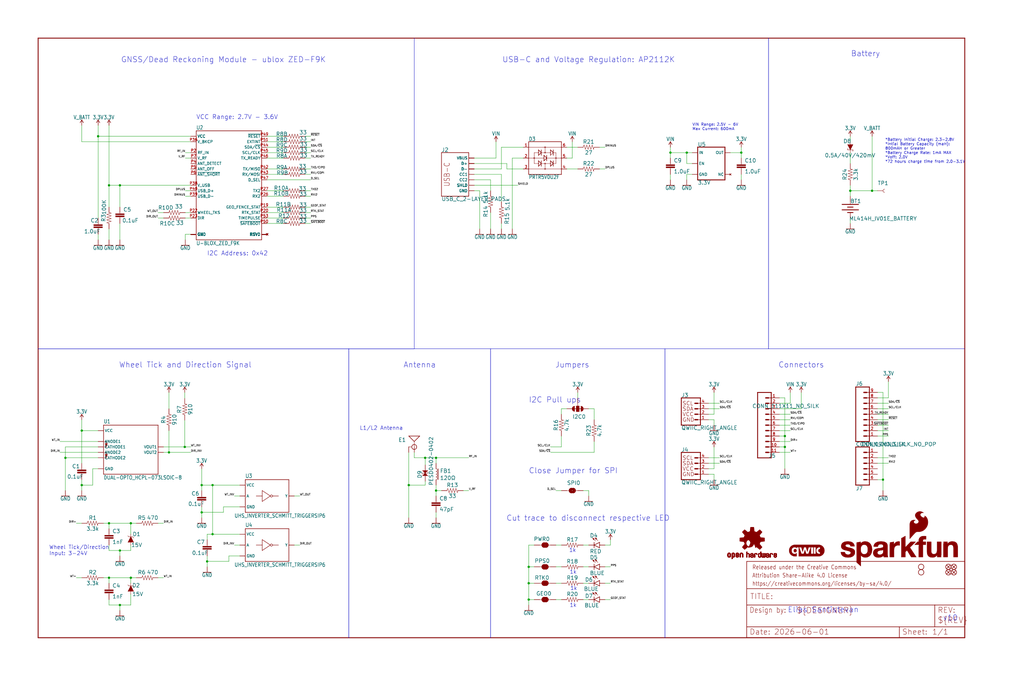
<source format=kicad_sch>
(kicad_sch (version 20231120) (generator "eeschema") (generator_version "8.0")
  (paper "User" 477.19 317.906)
  (lib_symbols
    (symbol "SparkFun_GPS_ZED-F9K-eagle-import:0.1UF-0402T-6.3V-10%-X7R"
      (property "Reference" "C" (at 1.524 2.921 0))
      (symbol "0.1UF-0402T-6.3V-10%-X7R_1_0"
        (pin passive line (at 0 5.08 270) (length 2.54) (name "1") (number "1"))
        (pin passive line (at 0 -2.54 90) (length 2.54) (name "2") (number "2"))
      )
    )
    (symbol "SparkFun_GPS_ZED-F9K-eagle-import:1.0NF/1000PF-0402-25V-10%-X7R"
      (property "Reference" "C" (at 1.524 2.921 0))
      (symbol "1.0NF/1000PF-0402-25V-10%-X7R_1_0"
        (pin passive line (at 0 5.08 270) (length 2.54) (name "1") (number "1"))
        (pin passive line (at 0 -2.54 90) (length 2.54) (name "2") (number "2"))
      )
    )
    (symbol "SparkFun_GPS_ZED-F9K-eagle-import:1.0UF-0402T-16V-10%"
      (property "Reference" "C" (at 1.524 2.921 0))
      (symbol "1.0UF-0402T-16V-10%_1_0"
        (pin passive line (at 0 5.08 270) (length 2.54) (name "1") (number "1"))
        (pin passive line (at 0 -2.54 90) (length 2.54) (name "2") (number "2"))
      )
    )
    (symbol "SparkFun_GPS_ZED-F9K-eagle-import:100KOHM-0402-1/16W-1%"
      (property "Reference" "R" (at 0 1.524 0))
      (symbol "100KOHM-0402-1/16W-1%_1_0"
        (pin passive line (at -5.08 0 0) (length 2.54) (name "1") (number "1"))
        (pin passive line (at 5.08 0 180) (length 2.54) (name "2") (number "2"))
      )
    )
    (symbol "SparkFun_GPS_ZED-F9K-eagle-import:1KOHM-0402-1/16W-1%"
      (property "Reference" "R" (at 0 1.524 0))
      (symbol "1KOHM-0402-1/16W-1%_1_0"
        (pin passive line (at -5.08 0 0) (length 2.54) (name "1") (number "1"))
        (pin passive line (at 5.08 0 180) (length 2.54) (name "2") (number "2"))
      )
    )
    (symbol "SparkFun_GPS_ZED-F9K-eagle-import:27OHM-0603-1/10W-1%"
      (property "Reference" "R" (at 0 1.524 0))
      (symbol "27OHM-0603-1/10W-1%_1_0"
        (pin passive line (at -5.08 0 0) (length 2.54) (name "1") (number "1"))
        (pin passive line (at 5.08 0 180) (length 2.54) (name "2") (number "2"))
      )
    )
    (symbol "SparkFun_GPS_ZED-F9K-eagle-import:3.3KOHM-0603-1/10W-1%"
      (property "Reference" "R" (at 0 1.524 0))
      (symbol "3.3KOHM-0603-1/10W-1%_1_0"
        (pin passive line (at -5.08 0 0) (length 2.54) (name "1") (number "1"))
        (pin passive line (at 5.08 0 180) (length 2.54) (name "2") (number "2"))
      )
    )
    (symbol "SparkFun_GPS_ZED-F9K-eagle-import:3.3V" (power)
      (symbol "3.3V_1_0"
        (pin power_in line (at 0 0 90) (length 2.54) (name "3.3V") (number "1"))
      )
    )
    (symbol "SparkFun_GPS_ZED-F9K-eagle-import:33OHM-0603-1/10W-1%"
      (property "Reference" "R" (at 0 1.524 0))
      (symbol "33OHM-0603-1/10W-1%_1_0"
        (pin passive line (at -5.08 0 0) (length 2.54) (name "1") (number "1"))
        (pin passive line (at 5.08 0 180) (length 2.54) (name "2") (number "2"))
      )
    )
    (symbol "SparkFun_GPS_ZED-F9K-eagle-import:33OHM_RA-1206-1/16W-5%"
      (property "Reference" "R" (at 0 1.524 0))
      (symbol "33OHM_RA-1206-1/16W-5%_1_0"
        (pin passive line (at -5.08 0 0) (length 2.54) (name "1") (number "P1"))
        (pin passive line (at 5.08 0 180) (length 2.54) (name "2") (number "P8"))
      )
      (symbol "33OHM_RA-1206-1/16W-5%_2_0"
        (pin passive line (at -5.08 0 0) (length 2.54) (name "1") (number "P2"))
        (pin passive line (at 5.08 0 180) (length 2.54) (name "2") (number "P7"))
      )
      (symbol "33OHM_RA-1206-1/16W-5%_3_0"
        (pin passive line (at -5.08 0 0) (length 2.54) (name "1") (number "P3"))
        (pin passive line (at 5.08 0 180) (length 2.54) (name "2") (number "P6"))
      )
      (symbol "33OHM_RA-1206-1/16W-5%_4_0"
        (pin passive line (at -5.08 0 0) (length 2.54) (name "1") (number "P4"))
        (pin passive line (at 5.08 0 180) (length 2.54) (name "2") (number "P5"))
      )
    )
    (symbol "SparkFun_GPS_ZED-F9K-eagle-import:4.7KOHM-0402T-1/16W-1%"
      (property "Reference" "R" (at 0 1.524 0))
      (symbol "4.7KOHM-0402T-1/16W-1%_1_0"
        (pin passive line (at -5.08 0 0) (length 2.54) (name "1") (number "1"))
        (pin passive line (at 5.08 0 180) (length 2.54) (name "2") (number "2"))
      )
    )
    (symbol "SparkFun_GPS_ZED-F9K-eagle-import:470OHM-0603-1/10W-1%"
      (property "Reference" "R" (at 0 1.524 0))
      (symbol "470OHM-0603-1/10W-1%_1_0"
        (pin passive line (at -5.08 0 0) (length 2.54) (name "1") (number "1"))
        (pin passive line (at 5.08 0 180) (length 2.54) (name "2") (number "2"))
      )
    )
    (symbol "SparkFun_GPS_ZED-F9K-eagle-import:47PF-0402-25V-5%-X7R"
      (property "Reference" "C" (at 1.524 2.921 0))
      (symbol "47PF-0402-25V-5%-X7R_1_0"
        (pin passive line (at 0 5.08 270) (length 2.54) (name "1") (number "1"))
        (pin passive line (at 0 -2.54 90) (length 2.54) (name "2") (number "2"))
      )
    )
    (symbol "SparkFun_GPS_ZED-F9K-eagle-import:5.1KOHM-0402-1/16W-1%"
      (property "Reference" "R" (at 0 1.524 0))
      (symbol "5.1KOHM-0402-1/16W-1%_1_0"
        (pin passive line (at -5.08 0 0) (length 2.54) (name "1") (number "1"))
        (pin passive line (at 5.08 0 180) (length 2.54) (name "2") (number "2"))
      )
    )
    (symbol "SparkFun_GPS_ZED-F9K-eagle-import:910OHM-0603-1/10W-5%"
      (property "Reference" "R" (at 0 1.524 0))
      (symbol "910OHM-0603-1/10W-5%_1_0"
        (pin passive line (at -5.08 0 0) (length 2.54) (name "1") (number "1"))
        (pin passive line (at 5.08 0 180) (length 2.54) (name "2") (number "2"))
      )
    )
    (symbol "SparkFun_GPS_ZED-F9K-eagle-import:ANTENNA-SMA-GROUNDEDEDGE_SMA"
      (property "Reference" "E" (at 3.048 0 0))
      (symbol "ANTENNA-SMA-GROUNDEDEDGE_SMA_1_0"
        (pin bidirectional line (at 2.54 -2.54 90) (length 2.54) (name "GND") (number "GND@0"))
        (pin bidirectional line (at 2.54 -2.54 90) (length 2.54) (name "GND") (number "GND@1"))
        (pin bidirectional line (at 2.54 -2.54 90) (length 2.54) (name "GND") (number "GND@2"))
        (pin bidirectional line (at 2.54 -2.54 90) (length 2.54) (name "GND") (number "GND@3"))
        (pin bidirectional line (at 0 -2.54 90) (length 2.54) (name "SIGNAL") (number "SIG"))
      )
    )
    (symbol "SparkFun_GPS_ZED-F9K-eagle-import:CONN_06NO_SILK_NO_POP"
      (property "Reference" "J" (at -5.08 10.668 0))
      (symbol "CONN_06NO_SILK_NO_POP_1_0"
        (pin passive line (at 5.08 -5.08 180) (length 5.08) (name "1") (number "1"))
        (pin passive line (at 5.08 -2.54 180) (length 5.08) (name "2") (number "2"))
        (pin passive line (at 5.08 0 180) (length 5.08) (name "3") (number "3"))
        (pin passive line (at 5.08 2.54 180) (length 5.08) (name "4") (number "4"))
        (pin passive line (at 5.08 5.08 180) (length 5.08) (name "5") (number "5"))
        (pin passive line (at 5.08 7.62 180) (length 5.08) (name "6") (number "6"))
      )
    )
    (symbol "SparkFun_GPS_ZED-F9K-eagle-import:CONN_09NO_SILK"
      (property "Reference" "J" (at 0 13.208 0))
      (symbol "CONN_09NO_SILK_1_0"
        (pin passive line (at 10.16 -10.16 180) (length 5.08) (name "1") (number "1"))
        (pin passive line (at 10.16 -7.62 180) (length 5.08) (name "2") (number "2"))
        (pin passive line (at 10.16 -5.08 180) (length 5.08) (name "3") (number "3"))
        (pin passive line (at 10.16 -2.54 180) (length 5.08) (name "4") (number "4"))
        (pin passive line (at 10.16 0 180) (length 5.08) (name "5") (number "5"))
        (pin passive line (at 10.16 2.54 180) (length 5.08) (name "6") (number "6"))
        (pin passive line (at 10.16 5.08 180) (length 5.08) (name "7") (number "7"))
        (pin passive line (at 10.16 7.62 180) (length 5.08) (name "8") (number "8"))
        (pin passive line (at 10.16 10.16 180) (length 5.08) (name "9") (number "9"))
      )
    )
    (symbol "SparkFun_GPS_ZED-F9K-eagle-import:CONN_111X11_NO_SILK"
      (property "Reference" "J" (at 0 15.748 0))
      (symbol "CONN_111X11_NO_SILK_1_0"
        (pin passive line (at 10.16 -12.7 180) (length 5.08) (name "1") (number "1"))
        (pin passive line (at 10.16 10.16 180) (length 5.08) (name "10") (number "10"))
        (pin passive line (at 10.16 12.7 180) (length 5.08) (name "11") (number "11"))
        (pin passive line (at 10.16 -10.16 180) (length 5.08) (name "2") (number "2"))
        (pin passive line (at 10.16 -7.62 180) (length 5.08) (name "3") (number "3"))
        (pin passive line (at 10.16 -5.08 180) (length 5.08) (name "4") (number "4"))
        (pin passive line (at 10.16 -2.54 180) (length 5.08) (name "5") (number "5"))
        (pin passive line (at 10.16 0 180) (length 5.08) (name "6") (number "6"))
        (pin passive line (at 10.16 2.54 180) (length 5.08) (name "7") (number "7"))
        (pin passive line (at 10.16 5.08 180) (length 5.08) (name "8") (number "8"))
        (pin passive line (at 10.16 7.62 180) (length 5.08) (name "9") (number "9"))
      )
    )
    (symbol "SparkFun_GPS_ZED-F9K-eagle-import:DIODE-SCHOTTKY-PMEG4005EJ"
      (property "Reference" "D" (at -2.54 2.032 0))
      (symbol "DIODE-SCHOTTKY-PMEG4005EJ_1_0"
        (pin passive line (at -2.54 0 0) (length 0) (name "A") (number "A"))
        (pin passive line (at 2.54 0 180) (length 0) (name "C") (number "C"))
      )
    )
    (symbol "SparkFun_GPS_ZED-F9K-eagle-import:DIODE-ZENER-BZX84C15LT3G"
      (property "Reference" "D" (at -2.54 2.032 0))
      (symbol "DIODE-ZENER-BZX84C15LT3G_1_0"
        (pin passive line (at -2.54 0 0) (length 0) (name "A") (number "1"))
        (pin passive line (at 2.54 0 180) (length 0) (name "C") (number "3"))
      )
    )
    (symbol "SparkFun_GPS_ZED-F9K-eagle-import:DUAL-OPTO_HCPL-073LSOIC-8"
      (property "Reference" "U" (at -12.7 10.922 0))
      (symbol "DUAL-OPTO_HCPL-073LSOIC-8_1_0"
        (pin input line (at -15.24 2.54 0) (length 2.54) (name "ANODE1") (number "1"))
        (pin input line (at -15.24 0 0) (length 2.54) (name "CATHODE1") (number "2"))
        (pin input line (at -15.24 -5.08 0) (length 2.54) (name "CATHODE2") (number "3"))
        (pin input line (at -15.24 -2.54 0) (length 2.54) (name "ANODE2") (number "4"))
        (pin power_in line (at -15.24 -10.16 0) (length 2.54) (name "GND") (number "5"))
        (pin output line (at 15.24 -2.54 180) (length 2.54) (name "VOUT2") (number "6"))
        (pin output line (at 15.24 0 180) (length 2.54) (name "VOUT1") (number "7"))
        (pin power_in line (at -15.24 7.62 0) (length 2.54) (name "VCC") (number "8"))
      )
    )
    (symbol "SparkFun_GPS_ZED-F9K-eagle-import:FERRITE_BEAD-120_OHM-0402"
      (property "Reference" "FB" (at 1.27 2.54 0))
      (symbol "FERRITE_BEAD-120_OHM-0402_1_0"
        (pin passive line (at 0 5.08 270) (length 2.54) (name "1") (number "1"))
        (pin passive line (at 0 -5.08 90) (length 2.54) (name "2") (number "2"))
      )
    )
    (symbol "SparkFun_GPS_ZED-F9K-eagle-import:FIDUCIALUFIDUCIAL")
    (symbol "SparkFun_GPS_ZED-F9K-eagle-import:FRAME-LEDGER"
      (symbol "FRAME-LEDGER_2_0"
        (text "${#}/${##}" (at 86.36 1.27 0) (effects (font (size 2.54 2.54)) (justify left bottom)))
        (text "${CURRENT_DATE}" (at 12.7 1.27 0) (effects (font (size 2.54 2.54)) (justify left bottom)))
        (text "${DESIGNER}" (at 23.114 11.176 0) (effects (font (size 2.7432 2.7432)) (justify left bottom)))
        (text "${PROJECTNAME}" (at 15.494 17.78 0) (effects (font (size 2.7432 2.7432)) (justify left bottom)))
        (text "${REV}" (at 88.9 6.604 0) (effects (font (size 2.7432 2.7432)) (justify left bottom)))
        (text "Attribution Share-Alike 4.0 License" (at 2.54 27.94 0) (effects (font (size 1.9304 1.6408)) (justify left bottom)))
        (text "Date:" (at 1.27 1.27 0) (effects (font (size 2.54 2.54)) (justify left bottom)))
        (text "Design by:" (at 1.27 11.43 0) (effects (font (size 2.54 2.159)) (justify left bottom)))
        (text "https://creativecommons.org/licenses/by-sa/4.0/" (at 2.54 24.13 0) (effects (font (size 1.9304 1.6408)) (justify left bottom)))
        (text "Released under the Creative Commons" (at 2.54 31.75 0) (effects (font (size 1.9304 1.6408)) (justify left bottom)))
        (text "REV:" (at 88.9 11.43 0) (effects (font (size 2.54 2.54)) (justify left bottom)))
        (text "Sheet:" (at 72.39 1.27 0) (effects (font (size 2.54 2.54)) (justify left bottom)))
        (text "TITLE:" (at 1.524 17.78 0) (effects (font (size 2.54 2.54)) (justify left bottom)))
      )
    )
    (symbol "SparkFun_GPS_ZED-F9K-eagle-import:GND" (power)
      (symbol "GND_1_0"
        (pin power_in line (at 0 2.54 270) (length 2.54) (name "GND") (number "1"))
      )
    )
    (symbol "SparkFun_GPS_ZED-F9K-eagle-import:JUMPER-SMT_2_NC_TRACE_SILK"
      (property "Reference" "JP" (at 0 3.048 0))
      (symbol "JUMPER-SMT_2_NC_TRACE_SILK_1_0"
        (pin passive line (at -5.08 0 0) (length 2.54) (name "1") (number "1"))
        (pin passive line (at 5.08 0 180) (length 2.54) (name "2") (number "2"))
      )
    )
    (symbol "SparkFun_GPS_ZED-F9K-eagle-import:JUMPER-SMT_2_NO_SILK"
      (property "Reference" "JP" (at 0 2.794 0))
      (symbol "JUMPER-SMT_2_NO_SILK_1_0"
        (pin passive line (at -5.08 0 0) (length 2.54) (name "1") (number "1"))
        (pin passive line (at 5.08 0 180) (length 2.54) (name "2") (number "2"))
      )
    )
    (symbol "SparkFun_GPS_ZED-F9K-eagle-import:JUMPER-SMT_3_2-NC_TRACE_SILK"
      (property "Reference" "JP" (at 6.096 1.524 0))
      (symbol "JUMPER-SMT_3_2-NC_TRACE_SILK_1_0"
        (pin passive line (at 0 5.08 270) (length 2.54) (name "1") (number "1"))
        (pin passive line (at -5.08 0 0) (length 2.54) (name "2") (number "2"))
        (pin passive line (at 0 -5.08 90) (length 2.54) (name "3") (number "3"))
      )
    )
    (symbol "SparkFun_GPS_ZED-F9K-eagle-import:LED-BLUE0603"
      (property "Reference" "D" (at -3.429 -4.572 90))
      (symbol "LED-BLUE0603_1_0"
        (pin passive line (at 0 2.54 270) (length 2.54) (name "A") (number "A"))
        (pin passive line (at 0 -5.08 90) (length 2.54) (name "C") (number "C"))
      )
    )
    (symbol "SparkFun_GPS_ZED-F9K-eagle-import:LED-RED0603"
      (property "Reference" "D" (at -3.429 -4.572 90))
      (symbol "LED-RED0603_1_0"
        (pin passive line (at 0 2.54 270) (length 2.54) (name "A") (number "A"))
        (pin passive line (at 0 -5.08 90) (length 2.54) (name "C") (number "C"))
      )
    )
    (symbol "SparkFun_GPS_ZED-F9K-eagle-import:ML414H_IV01E_BATTERY"
      (property "Reference" "BT" (at 0 4.318 0))
      (symbol "ML414H_IV01E_BATTERY_1_0"
        (pin power_in line (at -5.08 0 0) (length 2.54) (name "+") (number "+"))
        (pin power_in line (at 5.08 0 180) (length 2.54) (name "-") (number "-"))
      )
    )
    (symbol "SparkFun_GPS_ZED-F9K-eagle-import:OSHW-LOGOS")
    (symbol "SparkFun_GPS_ZED-F9K-eagle-import:PESD0402-0402"
      (symbol "PESD0402-0402_1_0"
        (pin bidirectional line (at -2.54 0 0) (length 2.54) (name "1") (number "1"))
        (pin bidirectional line (at 5.08 0 180) (length 2.54) (name "2") (number "2"))
      )
    )
    (symbol "SparkFun_GPS_ZED-F9K-eagle-import:PRTR5V0U2F"
      (symbol "PRTR5V0U2F_1_0"
        (pin bidirectional line (at -10.16 5.08 0) (length 2.54) (name "1") (number "1"))
        (pin power_in line (at -10.16 0 0) (length 2.54) (name "2") (number "2"))
        (pin bidirectional line (at -10.16 -5.08 0) (length 2.54) (name "3") (number "3"))
        (pin bidirectional line (at 10.16 -5.08 180) (length 2.54) (name "4") (number "4"))
        (pin power_in line (at 10.16 0 180) (length 2.54) (name "5") (number "5"))
        (pin bidirectional line (at 10.16 5.08 180) (length 2.54) (name "6") (number "6"))
      )
    )
    (symbol "SparkFun_GPS_ZED-F9K-eagle-import:QWIIC_CONNECTORJS-1MM"
      (property "Reference" "J" (at -5.08 7.874 0))
      (symbol "QWIIC_CONNECTORJS-1MM_1_0"
        (text "GND" (at -4.572 -2.54 0) (effects (font (size 1.778 1.778)) (justify left)))
        (text "SCL" (at -4.572 5.08 0) (effects (font (size 1.778 1.778)) (justify left)))
        (text "SDA" (at -4.572 2.54 0) (effects (font (size 1.778 1.778)) (justify left)))
        (text "VCC" (at -4.572 0 0) (effects (font (size 1.778 1.778)) (justify left)))
        (pin power_in line (at 7.62 -2.54 180) (length 5.08) (name "1") (number "1"))
        (pin power_in line (at 7.62 0 180) (length 5.08) (name "2") (number "2"))
        (pin passive line (at 7.62 2.54 180) (length 5.08) (name "3") (number "3"))
        (pin passive line (at 7.62 5.08 180) (length 5.08) (name "4") (number "4"))
      )
    )
    (symbol "SparkFun_GPS_ZED-F9K-eagle-import:QWIIC_LOGO_4MM")
    (symbol "SparkFun_GPS_ZED-F9K-eagle-import:SFE_LOGO_NAME_FLAME.2_INCH")
    (symbol "SparkFun_GPS_ZED-F9K-eagle-import:STAND-OFFTIGHT")
    (symbol "SparkFun_GPS_ZED-F9K-eagle-import:TEST-POINT3X5"
      (symbol "TEST-POINT3X5_1_0"
        (pin bidirectional line (at 0 0 180) (length 0) (name "1") (number "1"))
      )
    )
    (symbol "SparkFun_GPS_ZED-F9K-eagle-import:U-BLOX_ZED_F9K"
      (symbol "U-BLOX_ZED_F9K_1_0"
        (pin power_in line (at -17.78 -22.86 0) (length 2.54) (name "GND") (number "G1"))
        (pin power_in line (at -17.78 -22.86 0) (length 2.54) (name "GND") (number "G10"))
        (pin power_in line (at -17.78 -22.86 0) (length 2.54) (name "GND") (number "G11"))
        (pin power_in line (at -17.78 -22.86 0) (length 2.54) (name "GND") (number "G12"))
        (pin power_in line (at -17.78 -22.86 0) (length 2.54) (name "GND") (number "G13"))
        (pin power_in line (at -17.78 -22.86 0) (length 2.54) (name "GND") (number "G14"))
        (pin power_in line (at -17.78 -22.86 0) (length 2.54) (name "GND") (number "G15"))
        (pin power_in line (at -17.78 -22.86 0) (length 2.54) (name "GND") (number "G16"))
        (pin power_in line (at -17.78 -22.86 0) (length 2.54) (name "GND") (number "G17"))
        (pin power_in line (at -17.78 -22.86 0) (length 2.54) (name "GND") (number "G18"))
        (pin power_in line (at -17.78 -22.86 0) (length 2.54) (name "GND") (number "G19"))
        (pin power_in line (at -17.78 -22.86 0) (length 2.54) (name "GND") (number "G2"))
        (pin power_in line (at -17.78 -22.86 0) (length 2.54) (name "GND") (number "G20"))
        (pin power_in line (at -17.78 -22.86 0) (length 2.54) (name "GND") (number "G21"))
        (pin power_in line (at -17.78 -22.86 0) (length 2.54) (name "GND") (number "G22"))
        (pin power_in line (at -17.78 -22.86 0) (length 2.54) (name "GND") (number "G23"))
        (pin power_in line (at -17.78 -22.86 0) (length 2.54) (name "GND") (number "G24"))
        (pin power_in line (at -17.78 -22.86 0) (length 2.54) (name "GND") (number "G25"))
        (pin power_in line (at -17.78 -22.86 0) (length 2.54) (name "GND") (number "G26"))
        (pin power_in line (at -17.78 -22.86 0) (length 2.54) (name "GND") (number "G27"))
        (pin power_in line (at -17.78 -22.86 0) (length 2.54) (name "GND") (number "G28"))
        (pin power_in line (at -17.78 -22.86 0) (length 2.54) (name "GND") (number "G29"))
        (pin power_in line (at -17.78 -22.86 0) (length 2.54) (name "GND") (number "G3"))
        (pin power_in line (at -17.78 -22.86 0) (length 2.54) (name "GND") (number "G30"))
        (pin power_in line (at -17.78 -22.86 0) (length 2.54) (name "GND") (number "G31"))
        (pin power_in line (at -17.78 -22.86 0) (length 2.54) (name "GND") (number "G32"))
        (pin power_in line (at -17.78 -22.86 0) (length 2.54) (name "GND") (number "G33"))
        (pin power_in line (at -17.78 -22.86 0) (length 2.54) (name "GND") (number "G34"))
        (pin power_in line (at -17.78 -22.86 0) (length 2.54) (name "GND") (number "G35"))
        (pin power_in line (at -17.78 -22.86 0) (length 2.54) (name "GND") (number "G36"))
        (pin power_in line (at -17.78 -22.86 0) (length 2.54) (name "GND") (number "G37"))
        (pin power_in line (at -17.78 -22.86 0) (length 2.54) (name "GND") (number "G38"))
        (pin power_in line (at -17.78 -22.86 0) (length 2.54) (name "GND") (number "G39"))
        (pin power_in line (at -17.78 -22.86 0) (length 2.54) (name "GND") (number "G4"))
        (pin power_in line (at -17.78 -22.86 0) (length 2.54) (name "GND") (number "G40"))
        (pin power_in line (at -17.78 -22.86 0) (length 2.54) (name "GND") (number "G41"))
        (pin power_in line (at -17.78 -22.86 0) (length 2.54) (name "GND") (number "G42"))
        (pin power_in line (at -17.78 -22.86 0) (length 2.54) (name "GND") (number "G43"))
        (pin power_in line (at -17.78 -22.86 0) (length 2.54) (name "GND") (number "G44"))
        (pin power_in line (at -17.78 -22.86 0) (length 2.54) (name "GND") (number "G45"))
        (pin power_in line (at -17.78 -22.86 0) (length 2.54) (name "GND") (number "G46"))
        (pin power_in line (at -17.78 -22.86 0) (length 2.54) (name "GND") (number "G47"))
        (pin power_in line (at -17.78 -22.86 0) (length 2.54) (name "GND") (number "G48"))
        (pin power_in line (at -17.78 -22.86 0) (length 2.54) (name "GND") (number "G5"))
        (pin power_in line (at -17.78 -22.86 0) (length 2.54) (name "GND") (number "G6"))
        (pin power_in line (at -17.78 -22.86 0) (length 2.54) (name "GND") (number "G7"))
        (pin power_in line (at -17.78 -22.86 0) (length 2.54) (name "GND") (number "G8"))
        (pin power_in line (at -17.78 -22.86 0) (length 2.54) (name "GND") (number "G9"))
        (pin power_in line (at -17.78 -22.86 0) (length 2.54) (name "GND") (number "P1"))
        (pin no_connect line (at 17.78 -22.86 180) (length 2.54) (name "RSVD") (number "P10"))
        (pin no_connect line (at 17.78 -22.86 180) (length 2.54) (name "RSVD") (number "P11"))
        (pin power_in line (at -17.78 -22.86 0) (length 2.54) (name "GND") (number "P12"))
        (pin no_connect line (at 17.78 -22.86 180) (length 2.54) (name "RSVD") (number "P13"))
        (pin power_in line (at -17.78 -22.86 0) (length 2.54) (name "GND") (number "P14"))
        (pin no_connect line (at 17.78 -22.86 180) (length 2.54) (name "RSVD") (number "P15"))
        (pin no_connect line (at 17.78 -22.86 180) (length 2.54) (name "RSVD") (number "P16"))
        (pin no_connect line (at 17.78 -22.86 180) (length 2.54) (name "RSVD") (number "P17"))
        (pin no_connect line (at 17.78 -22.86 180) (length 2.54) (name "RSVD") (number "P18"))
        (pin output line (at 17.78 -10.16 180) (length 2.54) (name "GEO_FENCE_STAT") (number "P19"))
        (pin input line (at -17.78 15.24 0) (length 2.54) (name "RF_IN") (number "P2"))
        (pin output line (at 17.78 -12.7 180) (length 2.54) (name "RTK_STAT") (number "P20"))
        (pin no_connect line (at 17.78 -22.86 180) (length 2.54) (name "RSVD") (number "P21"))
        (pin input line (at -17.78 -12.7 0) (length 2.54) (name "WHEEL_TKS") (number "P22"))
        (pin input line (at -17.78 -15.24 0) (length 2.54) (name "DIR") (number "P23"))
        (pin no_connect line (at 17.78 -22.86 180) (length 2.54) (name "RSVD") (number "P24"))
        (pin no_connect line (at 17.78 -22.86 180) (length 2.54) (name "RSVD") (number "P25"))
        (pin input line (at 17.78 -5.08 180) (length 2.54) (name "RX2") (number "P26"))
        (pin output line (at 17.78 -2.54 180) (length 2.54) (name "TX2") (number "P27"))
        (pin no_connect line (at 17.78 -22.86 180) (length 2.54) (name "RSVD") (number "P28"))
        (pin no_connect line (at 17.78 -22.86 180) (length 2.54) (name "RSVD") (number "P29"))
        (pin power_in line (at -17.78 -22.86 0) (length 2.54) (name "GND") (number "P3"))
        (pin no_connect line (at 17.78 -22.86 180) (length 2.54) (name "RSVD") (number "P30"))
        (pin no_connect line (at 17.78 -22.86 180) (length 2.54) (name "RSVD") (number "P31"))
        (pin power_in line (at -17.78 -22.86 0) (length 2.54) (name "GND") (number "P32"))
        (pin power_in line (at -17.78 22.86 0) (length 2.54) (name "VCC") (number "P33"))
        (pin power_in line (at -17.78 22.86 0) (length 2.54) (name "VCC") (number "P34"))
        (pin no_connect line (at 17.78 -22.86 180) (length 2.54) (name "RSVD") (number "P35"))
        (pin power_in line (at -17.78 20.32 0) (length 2.54) (name "V_BKCP") (number "P36"))
        (pin power_in line (at -17.78 -22.86 0) (length 2.54) (name "GND") (number "P37"))
        (pin power_in line (at -17.78 0 0) (length 2.54) (name "V_USB") (number "P38"))
        (pin bidirectional line (at -17.78 -5.08 0) (length 2.54) (name "USB_D-") (number "P39"))
        (pin input line (at -17.78 10.16 0) (length 2.54) (name "ANT_DETECT") (number "P4"))
        (pin bidirectional line (at -17.78 -2.54 0) (length 2.54) (name "USB_D+") (number "P40"))
        (pin power_in line (at -17.78 -22.86 0) (length 2.54) (name "GND") (number "P41"))
        (pin bidirectional line (at 17.78 7.62 180) (length 2.54) (name "TX/MISO") (number "P42"))
        (pin bidirectional line (at 17.78 5.08 180) (length 2.54) (name "RX/MOSI") (number "P43"))
        (pin bidirectional line (at 17.78 17.78 180) (length 2.54) (name "SDA/~{CS}") (number "P44"))
        (pin bidirectional line (at 17.78 15.24 180) (length 2.54) (name "SCL/CLK") (number "P45"))
        (pin bidirectional line (at 17.78 12.7 180) (length 2.54) (name "TX_READY") (number "P46"))
        (pin bidirectional line (at 17.78 2.54 180) (length 2.54) (name "D_SEL") (number "P47"))
        (pin power_in line (at -17.78 -22.86 0) (length 2.54) (name "GND") (number "P48"))
        (pin bidirectional line (at 17.78 22.86 180) (length 2.54) (name "~{RESET}") (number "P49"))
        (pin output line (at -17.78 7.62 0) (length 2.54) (name "ANT_OFF") (number "P5"))
        (pin input line (at 17.78 -17.78 180) (length 2.54) (name "~{SAFEBOOT}") (number "P50"))
        (pin bidirectional line (at 17.78 20.32 180) (length 2.54) (name "EXTINT") (number "P51"))
        (pin no_connect line (at 17.78 -22.86 180) (length 2.54) (name "RSVD") (number "P52"))
        (pin output line (at 17.78 -15.24 180) (length 2.54) (name "TIMEPULSE") (number "P53"))
        (pin no_connect line (at 17.78 -22.86 180) (length 2.54) (name "RSVD") (number "P54"))
        (pin output line (at -17.78 5.08 0) (length 2.54) (name "~{ANT_SHORT}") (number "P6"))
        (pin output line (at -17.78 12.7 0) (length 2.54) (name "V_RF") (number "P7"))
        (pin no_connect line (at 17.78 -22.86 180) (length 2.54) (name "RSVD") (number "P8"))
        (pin no_connect line (at 17.78 -22.86 180) (length 2.54) (name "RSVD") (number "P9"))
      )
    )
    (symbol "SparkFun_GPS_ZED-F9K-eagle-import:UHS_INVERTER_SCHMITT_TRIGGERSIP6"
      (property "Reference" "U" (at -10.16 8.382 0))
      (symbol "UHS_INVERTER_SCHMITT_TRIGGERSIP6_1_0"
        (pin input line (at -12.7 0 0) (length 2.54) (name "A") (number "P2"))
        (pin power_in line (at -12.7 -5.08 0) (length 2.54) (name "GND") (number "P3"))
        (pin output line (at 12.7 0 180) (length 2.54) (name "Y") (number "P4"))
        (pin power_in line (at -12.7 5.08 0) (length 2.54) (name "VCC") (number "P6"))
      )
    )
    (symbol "SparkFun_GPS_ZED-F9K-eagle-import:USB_C_2-LAYER_PADS"
      (property "Reference" "J" (at -2.54 10.414 0))
      (symbol "USB_C_2-LAYER_PADS_1_0"
        (text "USB-C" (at 0 0 900) (effects (font (size 2.54 2.159))))
        (pin bidirectional line (at 12.7 0 180) (length 2.54) (name "CC1") (number "A5"))
        (pin bidirectional line (at 12.7 5.08 180) (length 2.54) (name "D+") (number "A6"))
        (pin bidirectional line (at 12.7 2.54 180) (length 2.54) (name "D-") (number "A7"))
        (pin bidirectional line (at 12.7 -2.54 180) (length 2.54) (name "CC2") (number "B5"))
        (pin bidirectional line (at 12.7 5.08 180) (length 2.54) (name "D+") (number "B6"))
        (pin bidirectional line (at 12.7 2.54 180) (length 2.54) (name "D-") (number "B7"))
        (pin bidirectional line (at 12.7 -7.62 180) (length 2.54) (name "GND") (number "GND"))
        (pin bidirectional line (at 12.7 -7.62 180) (length 2.54) (name "GND") (number "GND2"))
        (pin bidirectional line (at 12.7 -5.08 180) (length 2.54) (name "SHLD") (number "SHLD1"))
        (pin bidirectional line (at 12.7 -5.08 180) (length 2.54) (name "SHLD") (number "SHLD2"))
        (pin bidirectional line (at 12.7 -5.08 180) (length 2.54) (name "SHLD") (number "SHLD3"))
        (pin bidirectional line (at 12.7 -5.08 180) (length 2.54) (name "SHLD") (number "SHLD4"))
        (pin bidirectional line (at 12.7 7.62 180) (length 2.54) (name "VBUS") (number "VBUS1"))
        (pin bidirectional line (at 12.7 7.62 180) (length 2.54) (name "VBUS") (number "VBUS2"))
      )
    )
    (symbol "SparkFun_GPS_ZED-F9K-eagle-import:VIN" (power)
      (symbol "VIN_1_0"
        (pin power_in line (at 0 0 90) (length 2.54) (name "VIN") (number "1"))
      )
    )
    (symbol "SparkFun_GPS_ZED-F9K-eagle-import:V_BATT" (power)
      (symbol "V_BATT_1_0"
        (pin power_in line (at 0 0 90) (length 2.54) (name "V_BATT") (number "1"))
      )
    )
    (symbol "SparkFun_GPS_ZED-F9K-eagle-import:V_REG_AP2112K-3.3V"
      (property "Reference" "U" (at -7.62 7.874 0))
      (symbol "V_REG_AP2112K-3.3V_1_0"
        (pin input line (at -10.16 5.08 0) (length 2.54) (name "IN") (number "1"))
        (pin input line (at -10.16 -5.08 0) (length 2.54) (name "GND") (number "2"))
        (pin input line (at -10.16 0 0) (length 2.54) (name "EN") (number "3"))
        (pin no_connect line (at 7.62 -5.08 180) (length 2.54) (name "NC") (number "4"))
        (pin passive line (at 7.62 5.08 180) (length 2.54) (name "OUT") (number "5"))
      )
    )
  )
  (junction (at 93.98 238.76))
  (junction (at 55.88 281.94))
  (junction (at 86.106 208.28))
  (junction (at 30.48 213.36))
  (junction (at 365.76 208.28))
  (junction (at 55.88 256.54))
  (junction (at 60.96 269.24))
  (junction (at 396.24 88.9))
  (junction (at 50.8 86.36))
  (junction (at 365.76 203.2))
  (junction (at 246.38 264.16))
  (junction (at 203.2 213.36))
  (junction (at 99.06 226.06))
  (junction (at 50.8 243.84))
  (junction (at 99.06 248.92))
  (junction (at 55.88 86.36))
  (junction (at 38.1 226.06))
  (junction (at 93.98 226.06))
  (junction (at 45.72 63.5))
  (junction (at 406.4 88.9))
  (junction (at 78.74 210.82))
  (junction (at 50.8 269.24))
  (junction (at 320.04 71.12))
  (junction (at 312.42 71.12))
  (junction (at 190.5 226.06))
  (junction (at 38.1 200.66))
  (junction (at 345.44 71.12))
  (junction (at 60.96 243.84))
  (junction (at 198.12 213.36))
  (junction (at 203.2 228.6))
  (junction (at 411.48 223.52))
  (junction (at 246.38 271.78))
  (junction (at 246.38 279.4))
  (junction (at 96.52 261.62))
  (wire (pts (xy 96.52 259.08) (xy 96.52 261.62)) (stroke (width 0.1524)))
  (wire (pts (xy 111.76 236.22) (xy 104.14 236.22)) (stroke (width 0.1524)))
  (wire (pts (xy 50.8 269.24) (xy 60.96 269.24)) (stroke (width 0.1524)))
  (wire (pts (xy 86.36 99.06) (xy 88.9 99.06)) (stroke (width 0.1524)))
  (wire (pts (xy 142.24 66.04) (xy 144.78 66.04)) (stroke (width 0.1524)))
  (wire (pts (xy 269.24 185.42) (xy 269.24 182.88)) (stroke (width 0.1524)))
  (wire (pts (xy 264.16 190.5) (xy 261.62 190.5)) (stroke (width 0.1524)))
  (wire (pts (xy 137.16 254) (xy 139.7 254)) (stroke (width 0.1524)))
  (polyline (pts (xy 309.88 162.56) (xy 309.88 297.18)) (stroke (width 0.2032) (type solid)))
  (wire (pts (xy 142.24 91.44) (xy 144.78 91.44)) (stroke (width 0.1524)))
  (wire (pts (xy 332.74 220.98) (xy 332.74 223.52)) (stroke (width 0.1524)))
  (wire (pts (xy 368.3 187.96) (xy 368.3 182.88)) (stroke (width 0.1524)))
  (wire (pts (xy 233.68 68.58) (xy 243.84 68.58)) (stroke (width 0.1524)))
  (wire (pts (xy 396.24 66.04) (xy 396.24 63.5)) (stroke (width 0.1524)))
  (wire (pts (xy 106.68 261.62) (xy 96.52 261.62)) (stroke (width 0.1524)))
  (wire (pts (xy 60.96 276.86) (xy 60.96 281.94)) (stroke (width 0.1524)))
  (wire (pts (xy 132.08 96.52) (xy 124.46 96.52)) (stroke (width 0.1524)))
  (wire (pts (xy 220.98 83.82) (xy 228.6 83.82)) (stroke (width 0.1524)))
  (wire (pts (xy 142.24 63.5) (xy 144.78 63.5)) (stroke (width 0.1524)))
  (wire (pts (xy 93.98 236.22) (xy 93.98 238.76)) (stroke (width 0.1524)))
  (wire (pts (xy 142.24 71.12) (xy 144.78 71.12)) (stroke (width 0.1524)))
  (wire (pts (xy 246.38 279.4) (xy 246.38 281.94)) (stroke (width 0.1524)))
  (wire (pts (xy 330.2 193.04) (xy 332.74 193.04)) (stroke (width 0.1524)))
  (wire (pts (xy 203.2 241.3) (xy 203.2 238.76)) (stroke (width 0.1524)))
  (wire (pts (xy 408.94 198.12) (xy 414.02 198.12)) (stroke (width 0.1524)))
  (wire (pts (xy 198.12 216.662) (xy 198.12 213.36)) (stroke (width 0.1524)))
  (wire (pts (xy 203.2 213.36) (xy 198.12 213.36)) (stroke (width 0.1524)))
  (wire (pts (xy 320.04 71.12) (xy 312.42 71.12)) (stroke (width 0.1524)))
  (wire (pts (xy 264.16 78.74) (xy 269.24 78.74)) (stroke (width 0.1524)))
  (wire (pts (xy 132.08 63.5) (xy 124.46 63.5)) (stroke (width 0.1524)))
  (wire (pts (xy 137.16 231.14) (xy 139.7 231.14)) (stroke (width 0.1524)))
  (wire (pts (xy 312.42 81.28) (xy 312.42 83.82)) (stroke (width 0.1524)))
  (wire (pts (xy 330.2 220.98) (xy 332.74 220.98)) (stroke (width 0.1524)))
  (wire (pts (xy 99.06 248.92) (xy 111.76 248.92)) (stroke (width 0.1524)))
  (wire (pts (xy 246.38 264.16) (xy 246.38 271.78)) (stroke (width 0.1524)))
  (wire (pts (xy 35.56 243.84) (xy 38.1 243.84)) (stroke (width 0.1524)))
  (wire (pts (xy 259.08 271.78) (xy 261.62 271.78)) (stroke (width 0.1524)))
  (wire (pts (xy 408.94 203.2) (xy 414.02 203.2)) (stroke (width 0.1524)))
  (wire (pts (xy 396.24 91.44) (xy 396.24 88.9)) (stroke (width 0.1524)))
  (wire (pts (xy 45.72 210.82) (xy 27.94 210.82)) (stroke (width 0.1524)))
  (wire (pts (xy 345.44 73.66) (xy 345.44 71.12)) (stroke (width 0.1524)))
  (wire (pts (xy 276.86 195.58) (xy 276.86 190.5)) (stroke (width 0.1524)))
  (wire (pts (xy 86.106 195.834) (xy 86.106 208.28)) (stroke (width 0.1524)))
  (wire (pts (xy 55.88 96.52) (xy 55.88 86.36)) (stroke (width 0.1524)))
  (wire (pts (xy 259.08 279.4) (xy 261.62 279.4)) (stroke (width 0.1524)))
  (wire (pts (xy 363.22 210.82) (xy 368.3 210.82)) (stroke (width 0.1524)))
  (wire (pts (xy 223.52 88.9) (xy 223.52 106.68)) (stroke (width 0.1524)))
  (wire (pts (xy 104.14 236.22) (xy 104.14 238.76)) (stroke (width 0.1524)))
  (polyline (pts (xy 228.6 162.56) (xy 228.6 297.18)) (stroke (width 0.2032) (type solid)))
  (wire (pts (xy 38.1 200.66) (xy 38.1 215.9)) (stroke (width 0.1524)))
  (wire (pts (xy 142.24 101.6) (xy 144.78 101.6)) (stroke (width 0.1524)))
  (wire (pts (xy 55.88 104.14) (xy 55.88 111.76)) (stroke (width 0.1524)))
  (wire (pts (xy 142.24 81.28) (xy 144.78 81.28)) (stroke (width 0.1524)))
  (wire (pts (xy 284.48 254) (xy 281.94 254)) (stroke (width 0.1524)))
  (wire (pts (xy 396.24 76.2) (xy 396.24 71.12)) (stroke (width 0.1524)))
  (wire (pts (xy 88.9 71.12) (xy 86.36 71.12)) (stroke (width 0.1524)))
  (wire (pts (xy 248.92 271.78) (xy 246.38 271.78)) (stroke (width 0.1524)))
  (wire (pts (xy 363.22 200.66) (xy 368.3 200.66)) (stroke (width 0.1524)))
  (wire (pts (xy 38.1 200.66) (xy 38.1 195.58)) (stroke (width 0.1524)))
  (wire (pts (xy 203.2 226.06) (xy 203.2 228.6)) (stroke (width 0.1524)))
  (wire (pts (xy 408.94 195.58) (xy 414.02 195.58)) (stroke (width 0.1524)))
  (wire (pts (xy 408.94 213.36) (xy 414.02 213.36)) (stroke (width 0.1524)))
  (wire (pts (xy 55.88 281.94) (xy 60.96 281.94)) (stroke (width 0.1524)))
  (wire (pts (xy 408.94 193.04) (xy 414.02 193.04)) (stroke (width 0.1524)))
  (wire (pts (xy 111.76 259.08) (xy 106.68 259.08)) (stroke (width 0.1524)))
  (wire (pts (xy 45.72 205.74) (xy 27.94 205.74)) (stroke (width 0.1524)))
  (wire (pts (xy 320.04 81.28) (xy 320.04 83.82)) (stroke (width 0.1524)))
  (wire (pts (xy 220.98 76.2) (xy 236.22 76.2)) (stroke (width 0.1524)))
  (wire (pts (xy 408.94 190.5) (xy 414.02 190.5)) (stroke (width 0.1524)))
  (wire (pts (xy 220.98 86.36) (xy 241.3 86.36)) (stroke (width 0.1524)))
  (polyline (pts (xy 228.6 162.56) (xy 309.88 162.56)) (stroke (width 0.1524) (type solid)))
  (wire (pts (xy 205.74 228.6) (xy 203.2 228.6)) (stroke (width 0.1524)))
  (wire (pts (xy 203.2 215.9) (xy 203.2 213.36)) (stroke (width 0.1524)))
  (wire (pts (xy 276.86 205.74) (xy 276.86 210.82)) (stroke (width 0.1524)))
  (polyline (pts (xy 162.56 162.56) (xy 17.78 162.56)) (stroke (width 0.2032) (type solid)))
  (wire (pts (xy 243.84 73.66) (xy 238.76 73.66)) (stroke (width 0.1524)))
  (wire (pts (xy 73.66 269.24) (xy 76.2 269.24)) (stroke (width 0.1524)))
  (wire (pts (xy 50.8 106.68) (xy 50.8 111.76)) (stroke (width 0.1524)))
  (wire (pts (xy 60.96 248.92) (xy 60.96 243.84)) (stroke (width 0.1524)))
  (wire (pts (xy 236.22 76.2) (xy 236.22 78.74)) (stroke (width 0.1524)))
  (wire (pts (xy 233.68 78.74) (xy 220.98 78.74)) (stroke (width 0.1524)))
  (wire (pts (xy 271.78 271.78) (xy 274.32 271.78)) (stroke (width 0.1524)))
  (wire (pts (xy 363.22 190.5) (xy 373.38 190.5)) (stroke (width 0.1524)))
  (wire (pts (xy 279.4 68.58) (xy 281.94 68.58)) (stroke (width 0.1524)))
  (polyline (pts (xy 162.56 162.56) (xy 162.56 297.18)) (stroke (width 0.2032) (type solid)))
  (wire (pts (xy 261.62 190.5) (xy 261.62 193.04)) (stroke (width 0.1524)))
  (wire (pts (xy 190.5 226.06) (xy 190.5 210.82)) (stroke (width 0.1524)))
  (wire (pts (xy 132.08 101.6) (xy 124.46 101.6)) (stroke (width 0.1524)))
  (wire (pts (xy 45.72 109.22) (xy 45.72 111.76)) (stroke (width 0.1524)))
  (wire (pts (xy 99.06 248.92) (xy 99.06 226.06)) (stroke (width 0.1524)))
  (wire (pts (xy 335.28 213.36) (xy 330.2 213.36)) (stroke (width 0.1524)))
  (wire (pts (xy 363.22 195.58) (xy 368.3 195.58)) (stroke (width 0.1524)))
  (wire (pts (xy 106.68 259.08) (xy 106.68 261.62)) (stroke (width 0.1524)))
  (wire (pts (xy 332.74 195.58) (xy 332.74 198.12)) (stroke (width 0.1524)))
  (wire (pts (xy 86.36 101.6) (xy 88.9 101.6)) (stroke (width 0.1524)))
  (wire (pts (xy 274.32 254) (xy 271.78 254)) (stroke (width 0.1524)))
  (wire (pts (xy 50.8 254) (xy 50.8 256.54)) (stroke (width 0.1524)))
  (wire (pts (xy 220.98 88.9) (xy 223.52 88.9)) (stroke (width 0.1524)))
  (wire (pts (xy 86.36 109.22) (xy 86.36 111.76)) (stroke (width 0.1524)))
  (wire (pts (xy 142.24 73.66) (xy 144.78 73.66)) (stroke (width 0.1524)))
  (wire (pts (xy 132.08 91.44) (xy 124.46 91.44)) (stroke (width 0.1524)))
  (wire (pts (xy 335.28 187.96) (xy 330.2 187.96)) (stroke (width 0.1524)))
  (wire (pts (xy 96.52 251.46) (xy 96.52 248.92)) (stroke (width 0.1524)))
  (wire (pts (xy 132.08 99.06) (xy 124.46 99.06)) (stroke (width 0.1524)))
  (wire (pts (xy 340.36 71.12) (xy 345.44 71.12)) (stroke (width 0.1524)))
  (wire (pts (xy 30.48 213.36) (xy 30.48 228.6)) (stroke (width 0.1524)))
  (wire (pts (xy 96.52 248.92) (xy 99.06 248.92)) (stroke (width 0.1524)))
  (wire (pts (xy 78.74 210.82) (xy 88.9 210.82)) (stroke (width 0.1524)))
  (wire (pts (xy 132.08 66.04) (xy 124.46 66.04)) (stroke (width 0.1524)))
  (wire (pts (xy 408.94 182.88) (xy 411.48 182.88)) (stroke (width 0.1524)))
  (wire (pts (xy 332.74 193.04) (xy 332.74 182.88)) (stroke (width 0.1524)))
  (wire (pts (xy 45.72 63.5) (xy 45.72 58.42)) (stroke (width 0.1524)))
  (wire (pts (xy 50.8 279.4) (xy 50.8 281.94)) (stroke (width 0.1524)))
  (wire (pts (xy 88.9 63.5) (xy 45.72 63.5)) (stroke (width 0.1524)))
  (wire (pts (xy 50.8 271.78) (xy 50.8 269.24)) (stroke (width 0.1524)))
  (wire (pts (xy 281.94 279.4) (xy 284.48 279.4)) (stroke (width 0.1524)))
  (wire (pts (xy 50.8 96.52) (xy 50.8 86.36)) (stroke (width 0.1524)))
  (wire (pts (xy 93.98 218.44) (xy 93.98 226.06)) (stroke (width 0.1524)))
  (wire (pts (xy 218.44 228.6) (xy 215.9 228.6)) (stroke (width 0.1524)))
  (wire (pts (xy 408.94 215.9) (xy 414.02 215.9)) (stroke (width 0.1524)))
  (wire (pts (xy 43.18 218.44) (xy 45.72 218.44)) (stroke (width 0.1524)))
  (wire (pts (xy 60.96 269.24) (xy 63.5 269.24)) (stroke (width 0.1524)))
  (wire (pts (xy 271.78 279.4) (xy 274.32 279.4)) (stroke (width 0.1524)))
  (wire (pts (xy 45.72 208.28) (xy 30.48 208.28)) (stroke (width 0.1524)))
  (polyline (pts (xy 193.04 162.56) (xy 162.56 162.56)) (stroke (width 0.2032) (type solid)))
  (wire (pts (xy 330.2 215.9) (xy 335.28 215.9)) (stroke (width 0.1524)))
  (wire (pts (xy 363.22 193.04) (xy 368.3 193.04)) (stroke (width 0.1524)))
  (wire (pts (xy 88.9 66.04) (xy 38.1 66.04)) (stroke (width 0.1524)))
  (wire (pts (xy 411.48 182.88) (xy 411.48 223.52)) (stroke (width 0.1524)))
  (wire (pts (xy 124.46 83.82) (xy 144.78 83.82)) (stroke (width 0.1524)))
  (wire (pts (xy 48.26 243.84) (xy 50.8 243.84)) (stroke (width 0.1524)))
  (polyline (pts (xy 358.14 17.78) (xy 358.14 162.56)) (stroke (width 0.2032) (type solid)))
  (wire (pts (xy 198.12 224.282) (xy 198.12 226.06)) (stroke (width 0.1524)))
  (wire (pts (xy 365.76 185.42) (xy 365.76 203.2)) (stroke (width 0.1524)))
  (wire (pts (xy 236.22 78.74) (xy 243.84 78.74)) (stroke (width 0.1524)))
  (wire (pts (xy 203.2 228.6) (xy 203.2 231.14)) (stroke (width 0.1524)))
  (wire (pts (xy 279.4 78.74) (xy 281.94 78.74)) (stroke (width 0.1524)))
  (wire (pts (xy 142.24 104.14) (xy 144.78 104.14)) (stroke (width 0.1524)))
  (wire (pts (xy 38.1 66.04) (xy 38.1 58.42)) (stroke (width 0.1524)))
  (wire (pts (xy 132.08 68.58) (xy 124.46 68.58)) (stroke (width 0.1524)))
  (wire (pts (xy 104.14 238.76) (xy 93.98 238.76)) (stroke (width 0.1524)))
  (wire (pts (xy 411.48 223.52) (xy 411.48 228.6)) (stroke (width 0.1524)))
  (wire (pts (xy 111.76 254) (xy 109.22 254)) (stroke (width 0.1524)))
  (wire (pts (xy 86.106 185.674) (xy 86.106 182.88)) (stroke (width 0.1524)))
  (wire (pts (xy 274.32 228.6) (xy 274.32 231.14)) (stroke (width 0.1524)))
  (wire (pts (xy 363.22 203.2) (xy 365.76 203.2)) (stroke (width 0.1524)))
  (wire (pts (xy 312.42 71.12) (xy 312.42 68.58)) (stroke (width 0.1524)))
  (wire (pts (xy 264.16 68.58) (xy 269.24 68.58)) (stroke (width 0.1524)))
  (wire (pts (xy 48.26 269.24) (xy 50.8 269.24)) (stroke (width 0.1524)))
  (wire (pts (xy 88.9 109.22) (xy 86.36 109.22)) (stroke (width 0.1524)))
  (wire (pts (xy 228.6 83.82) (xy 228.6 88.9)) (stroke (width 0.1524)))
  (wire (pts (xy 408.94 185.42) (xy 414.02 185.42)) (stroke (width 0.1524)))
  (wire (pts (xy 322.58 76.2) (xy 320.04 76.2)) (stroke (width 0.1524)))
  (wire (pts (xy 30.48 208.28) (xy 30.48 213.36)) (stroke (width 0.1524)))
  (wire (pts (xy 88.9 86.36) (xy 55.88 86.36)) (stroke (width 0.1524)))
  (wire (pts (xy 88.9 91.44) (xy 86.36 91.44)) (stroke (width 0.1524)))
  (wire (pts (xy 50.8 246.38) (xy 50.8 243.84)) (stroke (width 0.1524)))
  (wire (pts (xy 322.58 71.12) (xy 320.04 71.12)) (stroke (width 0.1524)))
  (wire (pts (xy 132.08 73.66) (xy 124.46 73.66)) (stroke (width 0.1524)))
  (wire (pts (xy 38.1 269.24) (xy 35.56 269.24)) (stroke (width 0.1524)))
  (wire (pts (xy 231.14 66.04) (xy 231.14 73.66)) (stroke (width 0.1524)))
  (wire (pts (xy 233.68 78.74) (xy 233.68 68.58)) (stroke (width 0.1524)))
  (polyline (pts (xy 309.88 162.56) (xy 358.14 162.56)) (stroke (width 0.1524) (type solid)))
  (wire (pts (xy 38.1 226.06) (xy 43.18 226.06)) (stroke (width 0.1524)))
  (wire (pts (xy 248.92 264.16) (xy 246.38 264.16)) (stroke (width 0.1524)))
  (wire (pts (xy 96.52 261.62) (xy 96.52 264.16)) (stroke (width 0.1524)))
  (wire (pts (xy 45.72 101.6) (xy 45.72 63.5)) (stroke (width 0.1524)))
  (wire (pts (xy 396.24 88.9) (xy 406.4 88.9)) (stroke (width 0.1524)))
  (wire (pts (xy 111.76 226.06) (xy 99.06 226.06)) (stroke (width 0.1524)))
  (wire (pts (xy 276.86 210.82) (xy 256.54 210.82)) (stroke (width 0.1524)))
  (wire (pts (xy 330.2 195.58) (xy 332.74 195.58)) (stroke (width 0.1524)))
  (polyline (pts (xy 193.04 162.56) (xy 228.6 162.56)) (stroke (width 0.1524) (type solid)))
  (wire (pts (xy 142.24 68.58) (xy 144.78 68.58)) (stroke (width 0.1524)))
  (wire (pts (xy 99.06 226.06) (xy 93.98 226.06)) (stroke (width 0.1524)))
  (wire (pts (xy 363.22 185.42) (xy 365.76 185.42)) (stroke (width 0.1524)))
  (wire (pts (xy 142.24 99.06) (xy 144.78 99.06)) (stroke (width 0.1524)))
  (wire (pts (xy 322.58 81.28) (xy 320.04 81.28)) (stroke (width 0.1524)))
  (wire (pts (xy 284.48 251.46) (xy 284.48 254)) (stroke (width 0.1524)))
  (wire (pts (xy 142.24 78.74) (xy 144.78 78.74)) (stroke (width 0.1524)))
  (wire (pts (xy 50.8 281.94) (xy 55.88 281.94)) (stroke (width 0.1524)))
  (wire (pts (xy 198.12 226.06) (xy 190.5 226.06)) (stroke (width 0.1524)))
  (wire (pts (xy 312.42 73.66) (xy 312.42 71.12)) (stroke (width 0.1524)))
  (wire (pts (xy 55.88 259.08) (xy 55.88 256.54)) (stroke (width 0.1524)))
  (wire (pts (xy 142.24 88.9) (xy 144.78 88.9)) (stroke (width 0.1524)))
  (wire (pts (xy 132.08 71.12) (xy 124.46 71.12)) (stroke (width 0.1524)))
  (wire (pts (xy 233.68 104.14) (xy 233.68 106.68)) (stroke (width 0.1524)))
  (wire (pts (xy 261.62 254) (xy 259.08 254)) (stroke (width 0.1524)))
  (wire (pts (xy 78.74 190.5) (xy 78.74 182.88)) (stroke (width 0.1524)))
  (wire (pts (xy 193.04 213.36) (xy 193.04 210.82)) (stroke (width 0.1524)))
  (wire (pts (xy 330.2 190.5) (xy 335.28 190.5)) (stroke (width 0.1524)))
  (wire (pts (xy 50.8 256.54) (xy 55.88 256.54)) (stroke (width 0.1524)))
  (wire (pts (xy 111.76 231.14) (xy 109.22 231.14)) (stroke (width 0.1524)))
  (wire (pts (xy 93.98 238.76) (xy 93.98 241.3)) (stroke (width 0.1524)))
  (wire (pts (xy 76.2 101.6) (xy 73.66 101.6)) (stroke (width 0.1524)))
  (wire (pts (xy 132.08 78.74) (xy 124.46 78.74)) (stroke (width 0.1524)))
  (wire (pts (xy 132.08 104.14) (xy 124.46 104.14)) (stroke (width 0.1524)))
  (polyline (pts (xy 358.14 162.56) (xy 449.58 162.56)) (stroke (width 0.1524) (type solid)))
  (wire (pts (xy 345.44 81.28) (xy 345.44 83.82)) (stroke (width 0.1524)))
  (wire (pts (xy 408.94 88.9) (xy 406.4 88.9)) (stroke (width 0.1524)))
  (wire (pts (xy 190.5 226.06) (xy 190.5 241.3)) (stroke (width 0.1524)))
  (wire (pts (xy 38.1 226.06) (xy 38.1 228.6)) (stroke (width 0.1524)))
  (wire (pts (xy 76.2 208.28) (xy 86.106 208.28)) (stroke (width 0.1524)))
  (wire (pts (xy 281.94 271.78) (xy 284.48 271.78)) (stroke (width 0.1524)))
  (wire (pts (xy 363.22 208.28) (xy 365.76 208.28)) (stroke (width 0.1524)))
  (wire (pts (xy 198.12 213.36) (xy 193.04 213.36)) (stroke (width 0.1524)))
  (wire (pts (xy 88.9 88.9) (xy 86.36 88.9)) (stroke (width 0.1524)))
  (wire (pts (xy 259.08 264.16) (xy 261.62 264.16)) (stroke (width 0.1524)))
  (wire (pts (xy 408.94 200.66) (xy 414.02 200.66)) (stroke (width 0.1524)))
  (wire (pts (xy 396.24 88.9) (xy 396.24 86.36)) (stroke (width 0.1524)))
  (wire (pts (xy 132.08 81.28) (xy 124.46 81.28)) (stroke (width 0.1524)))
  (wire (pts (xy 363.22 205.74) (xy 368.3 205.74)) (stroke (width 0.1524)))
  (wire (pts (xy 320.04 76.2) (xy 320.04 71.12)) (stroke (width 0.1524)))
  (wire (pts (xy 363.22 187.96) (xy 368.3 187.96)) (stroke (width 0.1524)))
  (wire (pts (xy 332.74 218.44) (xy 332.74 208.28)) (stroke (width 0.1524)))
  (wire (pts (xy 45.72 213.36) (xy 30.48 213.36)) (stroke (width 0.1524)))
  (wire (pts (xy 88.9 73.66) (xy 86.36 73.66)) (stroke (width 0.1524)))
  (wire (pts (xy 218.44 213.36) (xy 203.2 213.36)) (stroke (width 0.1524)))
  (wire (pts (xy 345.44 71.12) (xy 345.44 68.58)) (stroke (width 0.1524)))
  (wire (pts (xy 55.88 86.36) (xy 50.8 86.36)) (stroke (width 0.1524)))
  (wire (pts (xy 55.88 284.48) (xy 55.88 281.94)) (stroke (width 0.1524)))
  (wire (pts (xy 365.76 203.2) (xy 365.76 208.28)) (stroke (width 0.1524)))
  (wire (pts (xy 76.2 210.82) (xy 78.74 210.82)) (stroke (width 0.1524)))
  (wire (pts (xy 55.88 256.54) (xy 60.96 256.54)) (stroke (width 0.1524)))
  (wire (pts (xy 132.08 88.9) (xy 124.46 88.9)) (stroke (width 0.1524)))
  (wire (pts (xy 414.02 185.42) (xy 414.02 177.8)) (stroke (width 0.1524)))
  (polyline (pts (xy 193.04 162.56) (xy 193.04 17.78)) (stroke (width 0.1524) (type solid)))
  (wire (pts (xy 233.68 81.28) (xy 233.68 93.98)) (stroke (width 0.1524)))
  (wire (pts (xy 45.72 200.66) (xy 38.1 200.66)) (stroke (width 0.1524)))
  (wire (pts (xy 248.92 279.4) (xy 246.38 279.4)) (stroke (width 0.1524)))
  (wire (pts (xy 93.98 226.06) (xy 93.98 228.6)) (stroke (width 0.1524)))
  (wire (pts (xy 276.86 190.5) (xy 274.32 190.5)) (stroke (width 0.1524)))
  (wire (pts (xy 60.96 254) (xy 60.96 256.54)) (stroke (width 0.1524)))
  (wire (pts (xy 330.2 218.44) (xy 332.74 218.44)) (stroke (width 0.1524)))
  (wire (pts (xy 86.106 208.28) (xy 88.9 208.28)) (stroke (width 0.1524)))
  (wire (pts (xy 220.98 81.28) (xy 233.68 81.28)) (stroke (width 0.1524)))
  (wire (pts (xy 261.62 203.2) (xy 261.62 208.28)) (stroke (width 0.1524)))
  (wire (pts (xy 73.66 243.84) (xy 76.2 243.84)) (stroke (width 0.1524)))
  (wire (pts (xy 142.24 96.52) (xy 144.78 96.52)) (stroke (width 0.1524)))
  (wire (pts (xy 373.38 190.5) (xy 373.38 182.88)) (stroke (width 0.1524)))
  (wire (pts (xy 406.4 88.9) (xy 406.4 63.5)) (stroke (width 0.1524)))
  (wire (pts (xy 50.8 86.36) (xy 50.8 58.42)) (stroke (width 0.1524)))
  (wire (pts (xy 228.6 99.06) (xy 228.6 106.68)) (stroke (width 0.1524)))
  (wire (pts (xy 261.62 208.28) (xy 256.54 208.28)) (stroke (width 0.1524)))
  (wire (pts (xy 408.94 223.52) (xy 411.48 223.52)) (stroke (width 0.1524)))
  (wire (pts (xy 261.62 228.6) (xy 259.08 228.6)) (stroke (width 0.1524)))
  (wire (pts (xy 43.18 226.06) (xy 43.18 218.44)) (stroke (width 0.1524)))
  (wire (pts (xy 363.22 198.12) (xy 368.3 198.12)) (stroke (width 0.1524)))
  (wire (pts (xy 78.74 200.66) (xy 78.74 210.82)) (stroke (width 0.1524)))
  (wire (pts (xy 365.76 208.28) (xy 365.76 218.44)) (stroke (width 0.1524)))
  (wire (pts (xy 408.94 187.96) (xy 414.02 187.96)) (stroke (width 0.1524)))
  (wire (pts (xy 266.7 73.66) (xy 266.7 66.04)) (stroke (width 0.1524)))
  (wire (pts (xy 246.38 271.78) (xy 246.38 279.4)) (stroke (width 0.1524)))
  (wire (pts (xy 271.78 264.16) (xy 274.32 264.16)) (stroke (width 0.1524)))
  (wire (pts (xy 38.1 226.06) (xy 38.1 223.52)) (stroke (width 0.1524)))
  (wire (pts (xy 238.76 73.66) (xy 238.76 106.68)) (stroke (width 0.1524)))
  (wire (pts (xy 246.38 254) (xy 246.38 264.16)) (stroke (width 0.1524)))
  (wire (pts (xy 231.14 73.66) (xy 220.98 73.66)) (stroke (width 0.1524)))
  (wire (pts (xy 396.24 104.14) (xy 396.24 101.6)) (stroke (width 0.1524)))
  (wire (pts (xy 76.2 99.06) (xy 73.66 99.06)) (stroke (width 0.1524)))
  (wire (pts (xy 60.96 271.78) (xy 60.96 269.24)) (stroke (width 0.1524)))
  (wire (pts (xy 248.92 254) (xy 246.38 254)) (stroke (width 0.1524)))
  (wire (pts (xy 50.8 243.84) (xy 60.96 243.84)) (stroke (width 0.1524)))
  (wire (pts (xy 264.16 73.66) (xy 266.7 73.66)) (stroke (width 0.1524)))
  (wire (pts (xy 274.32 228.6) (xy 271.78 228.6)) (stroke (width 0.1524)))
  (wire (pts (xy 60.96 243.84) (xy 63.5 243.84)) (stroke (width 0.1524)))
  (wire (pts (xy 281.94 264.16) (xy 284.48 264.16)) (stroke (width 0.1524)))
  (text "USB-C and Voltage Regulation: AP2112K" (at 274.32 27.94 0) (effects (font (size 2.54 2.54))))
  (text "1k" (at 265.43 267.716 0) (effects (font (size 1.778 1.778)) (justify left bottom)))
  (text "Elias Santistevan" (at 367.03 285.75 0) (effects (font (size 2.54 2.54)) (justify left bottom)))
  (text "*Battery Initial Charge: 2.3-2.8V\n*Intial Battery Capacity (maH):\n800mAH or Greater\n*Battery Charge Rate: 1mA MAX\n*Voff: 2.0V\n*72 hours charge time from 2.0-3.1V" (at 412.496 76.2 0) (effects (font (size 1.27 1.27)) (justify left bottom)))
  (text "Jumpers" (at 266.7 170.18 0) (effects (font (size 2.54 2.54))))
  (text "v10" (at 439.42 289.56 0) (effects (font (size 2.54 2.54)) (justify left bottom)))
  (text "1k" (at 265.43 283.21 0) (effects (font (size 1.778 1.778)) (justify left bottom)))
  (text "Antenna" (at 195.58 170.18 0) (effects (font (size 2.54 2.54))))
  (text "1k" (at 265.684 275.336 0) (effects (font (size 1.778 1.778)) (justify left bottom)))
  (text "1k" (at 265.176 257.556 0) (effects (font (size 1.778 1.778)) (justify left bottom)))
  (text "Wheel Tick/Direction\nInput: 3-24V" (at 22.86 259.08 0) (effects (font (size 1.778 1.778)) (justify left bottom)))
  (text "I2C Pull ups" (at 246.38 187.96 0) (effects (font (size 2.54 2.54)) (justify left bottom)))
  (text "Cut trace to disconnect respective LED" (at 235.966 243.078 0) (effects (font (size 2.54 2.54)) (justify left bottom)))
  (text "Close Jumper for SPI" (at 246.38 220.98 0) (effects (font (size 2.54 2.54)) (justify left bottom)))
  (text "L1/L2 Antenna" (at 167.64 200.66 0) (effects (font (size 1.778 1.778)) (justify left bottom)))
  (text "Connectors" (at 373.38 170.18 0) (effects (font (size 2.54 2.54))))
  (text "I2C Address: 0x42" (at 96.52 119.38 0) (effects (font (size 2.032 2.032)) (justify left bottom)))
  (text "VCC Range: 2.7V - 3.6V" (at 91.44 55.88 0) (effects (font (size 2.032 2.032)) (justify left bottom)))
  (text "VIN Range: 2.5V - 6V\nMax Current: 600mA" (at 322.58 60.96 0) (effects (font (size 1.27 1.27)) (justify left bottom)))
  (text "Battery" (at 403.352 25.146 0) (effects (font (size 2.54 2.54))))
  (text "Wheel Tick and Direction Signal" (at 86.36 170.18 0) (effects (font (size 2.54 2.54))))
  (text "GNSS/Dead Reckoning Module - ublox ZED-F9K" (at 104.14 27.94 0) (effects (font (size 2.54 2.54))))
  (label "V_RF" (at 86.36 73.66 180) (effects (font (size 0.889 0.889))))
  (label "DIR+" (at 368.3 205.74 0) (effects (font (size 0.889 0.889))))
  (label "TXO2" (at 144.78 88.9 0) (effects (font (size 0.889 0.889))))
  (label "DMINUS" (at 281.94 68.58 0) (effects (font (size 0.889 0.889))))
  (label "RXI2" (at 144.78 91.44 0) (effects (font (size 0.889 0.889))))
  (label "SCL/CLK" (at 144.78 71.12 0) (effects (font (size 0.889 0.889))))
  (label "RXI/COPI" (at 368.3 195.58 0) (effects (font (size 0.889 0.889))))
  (label "PPS" (at 284.48 264.16 0) (effects (font (size 0.889 0.889))))
  (label "DIR_INV" (at 88.9 210.82 0) (effects (font (size 0.889 0.889))))
  (label "GEOF_STAT" (at 144.78 96.52 0) (effects (font (size 0.889 0.889))))
  (label "WT_INV" (at 109.22 231.14 180) (effects (font (size 0.889 0.889))))
  (label "DPLUS" (at 281.94 78.74 0) (effects (font (size 0.889 0.889))))
  (label "RF_IN" (at 86.36 71.12 180) (effects (font (size 0.889 0.889))))
  (label "DMINUS" (at 86.36 91.44 180) (effects (font (size 0.889 0.889))))
  (label "TXO/CIPO" (at 144.78 78.74 0) (effects (font (size 0.889 0.889))))
  (label "INT" (at 144.78 66.04 0) (effects (font (size 0.889 0.889))))
  (label "RXI2" (at 414.02 215.9 0) (effects (font (size 0.889 0.889))))
  (label "TX_READY" (at 144.78 73.66 0) (effects (font (size 0.889 0.889))))
  (label "D_SEL" (at 259.08 228.6 180) (effects (font (size 0.889 0.889))))
  (label "DIR+" (at 35.56 243.84 180) (effects (font (size 0.889 0.889))))
  (label "DPLUS" (at 86.36 88.9 180) (effects (font (size 0.889 0.889))))
  (label "~{SAFEBOOT}" (at 414.02 198.12 180) (effects (font (size 0.889 0.889))))
  (label "SDA/~{CS}" (at 256.54 210.82 180) (effects (font (size 0.889 0.889))))
  (label "SCL/CLK" (at 335.28 187.96 0) (effects (font (size 0.889 0.889))))
  (label "DIR_IN" (at 76.2 243.84 0) (effects (font (size 0.889 0.889))))
  (label "~{RESET}" (at 414.02 195.58 0) (effects (font (size 0.889 0.889))))
  (label "DIR_IN" (at 27.94 210.82 180) (effects (font (size 0.889 0.889))))
  (label "DIR_INV" (at 109.22 254 180) (effects (font (size 0.889 0.889))))
  (label "TXO2" (at 414.02 213.36 0) (effects (font (size 0.889 0.889))))
  (label "RF_IN" (at 218.44 213.36 0) (effects (font (size 0.889 0.889))))
  (label "SHIELD" (at 241.3 86.36 0) (effects (font (size 0.889 0.889))))
  (label "DIR_OUT" (at 73.66 101.6 180) (effects (font (size 0.889 0.889))))
  (label "INT" (at 414.02 200.66 180) (effects (font (size 0.889 0.889))))
  (label "WT_IN" (at 27.94 205.74 180) (effects (font (size 0.889 0.889))))
  (label "DIR_OUT" (at 139.7 254 0) (effects (font (size 0.889 0.889))))
  (label "SDA/~{CS}" (at 368.3 193.04 0) (effects (font (size 0.889 0.889))))
  (label "GEOF_STAT" (at 284.48 279.4 0) (effects (font (size 0.889 0.889))))
  (label "WT_OUT" (at 139.7 231.14 0) (effects (font (size 0.889 0.889))))
  (label "RXI/COPI" (at 144.78 81.28 0) (effects (font (size 0.889 0.889))))
  (label "SDA/~{CS}" (at 414.02 187.96 0) (effects (font (size 0.889 0.889))))
  (label "V_RF" (at 218.44 228.6 0) (effects (font (size 0.889 0.889))))
  (label "PPS" (at 144.78 101.6 0) (effects (font (size 0.889 0.889))))
  (label "WT+" (at 368.3 210.82 0) (effects (font (size 0.889 0.889))))
  (label "WT_INV" (at 88.9 208.28 0) (effects (font (size 0.889 0.889))))
  (label "SCL/CLK" (at 335.28 213.36 0) (effects (font (size 0.889 0.889))))
  (label "SCL/CLK" (at 368.3 200.66 0) (effects (font (size 0.889 0.889))))
  (label "~{RESET}" (at 144.78 63.5 0) (effects (font (size 0.889 0.889))))
  (label "SDA/~{CS}" (at 335.28 190.5 0) (effects (font (size 0.889 0.889))))
  (label "PPS" (at 414.02 203.2 180) (effects (font (size 0.889 0.889))))
  (label "WT_IN" (at 76.2 269.24 0) (effects (font (size 0.889 0.889))))
  (label "TX_READY" (at 414.02 193.04 180) (effects (font (size 0.889 0.889))))
  (label "WT+" (at 35.56 269.24 180) (effects (font (size 0.889 0.889))))
  (label "SDA/~{CS}" (at 144.78 68.58 0) (effects (font (size 0.889 0.889))))
  (label "SDA/~{CS}" (at 335.28 215.9 0) (effects (font (size 0.889 0.889))))
  (label "RTK_STAT" (at 284.48 271.78 0) (effects (font (size 0.889 0.889))))
  (label "~{SAFEBOOT}" (at 144.78 104.14 0) (effects (font (size 0.889 0.889))))
  (label "RTK_STAT" (at 144.78 99.06 0) (effects (font (size 0.889 0.889))))
  (label "TXO/CIPO" (at 368.3 198.12 0) (effects (font (size 0.889 0.889))))
  (label "SCL/CLK" (at 256.54 208.28 180) (effects (font (size 0.889 0.889))))
  (label "SCL/CLK" (at 414.02 190.5 0) (effects (font (size 0.889 0.889))))
  (label "WT_OUT" (at 73.66 99.06 180) (effects (font (size 0.889 0.889))))
  (label "D_SEL" (at 144.78 83.82 0) (effects (font (size 0.889 0.889))))
  (symbol (lib_id "SparkFun_GPS_ZED-F9K-eagle-import:3.3V") (at 396.24 63.5 0) (unit 1)
    (property "Reference" "#SUPPLY15" (effects (hide yes)))
    (property "Value" "3.3V" (at 396.24 60.706 0) (effects (font (size 1.778 1.5113)) (justify bottom)))
  )
  (symbol (lib_id "SparkFun_GPS_ZED-F9K-eagle-import:GND") (at 396.24 106.68 0) (unit 1)
    (property "Reference" "#GND19" (effects (hide yes)))
    (property "Value" "GND" (at 396.24 106.934 0) (effects (font (size 1.778 1.5113)) (justify top)))
  )
  (symbol (lib_id "SparkFun_GPS_ZED-F9K-eagle-import:QWIIC_CONNECTORJS-1MM") (at 322.58 218.44 0) (unit 1)
    (property "Reference" "J4" (at 317.5 210.566 0) (effects (font (size 1.778 1.778)) (justify left bottom)))
    (property "Value" "QWIIC_RIGHT_ANGLE" (at 317.5 223.774 0) (effects (font (size 1.778 1.778)) (justify left top)))
    (property "Footprint" "SparkFun_GPS_ZED-F9K:JST04_1MM_RA" (effects (hide yes)))
  )
  (symbol (lib_id "SparkFun_GPS_ZED-F9K-eagle-import:GND") (at 332.74 200.66 0) (unit 1)
    (property "Reference" "#GND12" (effects (hide yes)))
    (property "Value" "GND" (at 332.74 200.914 0) (effects (font (size 1.778 1.5113)) (justify top)))
  )
  (symbol (lib_id "SparkFun_GPS_ZED-F9K-eagle-import:3.3V") (at 45.72 58.42 0) (unit 1)
    (property "Reference" "#SUPPLY2" (effects (hide yes)))
    (property "Value" "3.3V" (at 45.72 55.626 0) (effects (font (size 1.778 1.5113)) (justify bottom)))
  )
  (symbol (lib_id "SparkFun_GPS_ZED-F9K-eagle-import:3.3V") (at 345.44 68.58 0) (unit 1)
    (property "Reference" "#SUPPLY11" (effects (hide yes)))
    (property "Value" "3.3V" (at 345.44 65.786 0) (effects (font (size 1.778 1.5113)) (justify bottom)))
  )
  (symbol (lib_id "SparkFun_GPS_ZED-F9K-eagle-import:33OHM_RA-1206-1/16W-5%") (at 137.16 99.06 0) (unit 1)
    (property "Reference" "R11" (at 132.334 98.806 0) (effects (font (size 1.778 1.778)) (justify bottom)))
    (property "Value" "33" (at 141.224 97.028 0) (effects (font (size 1.778 1.778)) (justify top)))
    (property "Footprint" "SparkFun_GPS_ZED-F9K:1206_RA" (effects (hide yes)))
  )
  (symbol (lib_id "SparkFun_GPS_ZED-F9K-eagle-import:0.1UF-0402T-6.3V-10%-X7R") (at 96.52 256.54 0) (unit 1)
    (property "Reference" "C7" (at 91.694 253.619 0) (effects (font (size 1.778 1.778)) (justify left bottom)))
    (property "Value" "0.1uF" (at 89.408 258.699 0) (effects (font (size 1.778 1.778)) (justify left bottom)))
    (property "Footprint" "SparkFun_GPS_ZED-F9K:0402-TIGHT" (effects (hide yes)))
  )
  (symbol (lib_id "SparkFun_GPS_ZED-F9K-eagle-import:3.3V") (at 332.74 208.28 0) (unit 1)
    (property "Reference" "#SUPPLY9" (effects (hide yes)))
    (property "Value" "3.3V" (at 332.74 205.486 0) (effects (font (size 1.778 1.5113)) (justify bottom)))
  )
  (symbol (lib_id "SparkFun_GPS_ZED-F9K-eagle-import:4.7KOHM-0402T-1/16W-1%") (at 261.62 198.12 90) (unit 1)
    (property "Reference" "R16" (at 260.096 198.12 0) (effects (font (size 1.778 1.778)) (justify bottom)))
    (property "Value" "4.7k" (at 263.144 198.12 0) (effects (font (size 1.778 1.778)) (justify top)))
    (property "Footprint" "SparkFun_GPS_ZED-F9K:0402-TIGHT" (effects (hide yes)))
  )
  (symbol (lib_id "SparkFun_GPS_ZED-F9K-eagle-import:47PF-0402-25V-5%-X7R") (at 203.2 236.22 0) (unit 1)
    (property "Reference" "C8" (at 204.724 233.299 0) (effects (font (size 1.778 1.778)) (justify left bottom)))
    (property "Value" "47pF" (at 204.724 238.379 0) (effects (font (size 1.778 1.778)) (justify left bottom)))
    (property "Footprint" "SparkFun_GPS_ZED-F9K:0402" (effects (hide yes)))
  )
  (symbol (lib_id "SparkFun_GPS_ZED-F9K-eagle-import:OSHW-LOGOS") (at 350.52 251.46 0) (unit 1)
    (property "Reference" "LOGO1" (effects (hide yes)))
    (property "Value" "OSHW-LOGOS" (effects (hide yes)))
    (property "Footprint" "SparkFun_GPS_ZED-F9K:OSHW-LOGO-S" (effects (hide yes)))
  )
  (symbol (lib_id "SparkFun_GPS_ZED-F9K-eagle-import:33OHM_RA-1206-1/16W-5%") (at 81.28 101.6 180) (unit 3)
    (property "Reference" "R10" (at 77.978 103.124 0) (effects (font (size 1.778 1.778)) (justify bottom)))
    (property "Value" "33" (at 83.82 104.902 0) (effects (font (size 1.778 1.778)) (justify top)))
    (property "Footprint" "SparkFun_GPS_ZED-F9K:1206_RA" (effects (hide yes)))
  )
  (symbol (lib_id "SparkFun_GPS_ZED-F9K-eagle-import:GND") (at 203.2 243.84 0) (unit 1)
    (property "Reference" "#GND5" (effects (hide yes)))
    (property "Value" "GND" (at 203.2 244.094 0) (effects (font (size 1.778 1.5113)) (justify top)))
  )
  (symbol (lib_id "SparkFun_GPS_ZED-F9K-eagle-import:GND") (at 365.76 220.98 0) (unit 1)
    (property "Reference" "#GND16" (effects (hide yes)))
    (property "Value" "GND" (at 365.76 221.234 0) (effects (font (size 1.778 1.5113)) (justify top)))
  )
  (symbol (lib_id "SparkFun_GPS_ZED-F9K-eagle-import:3.3V") (at 38.1 195.58 0) (unit 1)
    (property "Reference" "#SUPPLY21" (effects (hide yes)))
    (property "Value" "3.3V" (at 38.1 192.786 0) (effects (font (size 1.778 1.5113)) (justify bottom)))
  )
  (symbol (lib_id "SparkFun_GPS_ZED-F9K-eagle-import:33OHM_RA-1206-1/16W-5%") (at 137.16 71.12 180) (unit 4)
    (property "Reference" "R9" (at 131.318 69.088 0) (effects (font (size 1.778 1.778)) (justify bottom)))
    (property "Value" "33" (at 141.478 70.866 0) (effects (font (size 1.778 1.778)) (justify top)))
    (property "Footprint" "SparkFun_GPS_ZED-F9K:1206_RA" (effects (hide yes)))
  )
  (symbol (lib_id "SparkFun_GPS_ZED-F9K-eagle-import:GND") (at 55.88 261.62 0) (unit 1)
    (property "Reference" "#GND22" (effects (hide yes)))
    (property "Value" "GND" (at 55.88 261.874 0) (effects (font (size 1.778 1.5113)) (justify top)))
  )
  (symbol (lib_id "SparkFun_GPS_ZED-F9K-eagle-import:1KOHM-0402-1/16W-1%") (at 266.7 279.4 0) (unit 1)
    (property "Reference" "R20" (at 266.7 277.876 0) (effects (font (size 1.778 1.778)) (justify bottom)))
    (property "Value" "1KOHM-0402-1/16W-1%" (effects (hide yes)))
    (property "Footprint" "SparkFun_GPS_ZED-F9K:0402" (effects (hide yes)))
  )
  (symbol (lib_id "SparkFun_GPS_ZED-F9K-eagle-import:1KOHM-0402-1/16W-1%") (at 266.7 254 0) (unit 1)
    (property "Reference" "R17" (at 266.7 252.476 0) (effects (font (size 1.778 1.778)) (justify bottom)))
    (property "Value" "1KOHM-0402-1/16W-1%" (effects (hide yes)))
    (property "Footprint" "SparkFun_GPS_ZED-F9K:0402" (effects (hide yes)))
  )
  (symbol (lib_id "SparkFun_GPS_ZED-F9K-eagle-import:VIN") (at 368.3 182.88 0) (unit 1)
    (property "Reference" "#SUPPLY12" (effects (hide yes)))
    (property "Value" "VIN" (at 368.3 180.086 0) (effects (font (size 1.778 1.5113)) (justify bottom)))
  )
  (symbol (lib_id "SparkFun_GPS_ZED-F9K-eagle-import:GND") (at 223.52 109.22 0) (unit 1)
    (property "Reference" "#GND7" (effects (hide yes)))
    (property "Value" "GND" (at 223.52 109.474 0) (effects (font (size 1.778 1.5113)) (justify top)))
  )
  (symbol (lib_id "SparkFun_GPS_ZED-F9K-eagle-import:FIDUCIALUFIDUCIAL") (at 441.96 264.16 0) (unit 1)
    (property "Reference" "FD1" (effects (hide yes)))
    (property "Value" "FIDUCIALUFIDUCIAL" (effects (hide yes)))
    (property "Footprint" "SparkFun_GPS_ZED-F9K:FIDUCIAL-MICRO" (effects (hide yes)))
  )
  (symbol (lib_id "SparkFun_GPS_ZED-F9K-eagle-import:GND") (at 246.38 284.48 0) (unit 1)
    (property "Reference" "#GND6" (effects (hide yes)))
    (property "Value" "GND" (at 246.38 284.734 0) (effects (font (size 1.778 1.5113)) (justify top)))
  )
  (symbol (lib_id "SparkFun_GPS_ZED-F9K-eagle-import:SFE_LOGO_NAME_FLAME.2_INCH") (at 391.16 264.16 0) (unit 1)
    (property "Reference" "LOGO3" (effects (hide yes)))
    (property "Value" "SFE_LOGO_NAME_FLAME.2_INCH" (effects (hide yes)))
    (property "Footprint" "SparkFun_GPS_ZED-F9K:SFE_LOGO_NAME_FLAME_.2" (effects (hide yes)))
  )
  (symbol (lib_id "SparkFun_GPS_ZED-F9K-eagle-import:3.3V") (at 269.24 182.88 0) (unit 1)
    (property "Reference" "#SUPPLY5" (effects (hide yes)))
    (property "Value" "3.3V" (at 269.24 180.086 0) (effects (font (size 1.778 1.5113)) (justify bottom)))
  )
  (symbol (lib_id "SparkFun_GPS_ZED-F9K-eagle-import:5.1KOHM-0402-1/16W-1%") (at 228.6 93.98 90) (unit 1)
    (property "Reference" "R14" (at 227.33 98.552 0) (effects (font (size 1.778 1.778)) (justify bottom)))
    (property "Value" "5.1k" (at 225.298 91.948 0) (effects (font (size 1.778 1.778)) (justify top)))
    (property "Footprint" "SparkFun_GPS_ZED-F9K:0402" (effects (hide yes)))
  )
  (symbol (lib_id "SparkFun_GPS_ZED-F9K-eagle-import:470OHM-0603-1/10W-1%") (at 68.58 243.84 0) (unit 1)
    (property "Reference" "R5" (at 66.04 242.316 0) (effects (font (size 1.778 1.778)) (justify bottom)))
    (property "Value" "470" (at 71.12 240.284 0) (effects (font (size 1.778 1.778)) (justify top)))
    (property "Footprint" "SparkFun_GPS_ZED-F9K:0603" (effects (hide yes)))
  )
  (symbol (lib_id "SparkFun_GPS_ZED-F9K-eagle-import:1KOHM-0402-1/16W-1%") (at 266.7 264.16 0) (unit 1)
    (property "Reference" "R18" (at 266.7 262.636 0) (effects (font (size 1.778 1.778)) (justify bottom)))
    (property "Value" "1KOHM-0402-1/16W-1%" (effects (hide yes)))
    (property "Footprint" "SparkFun_GPS_ZED-F9K:0402" (effects (hide yes)))
  )
  (symbol (lib_id "SparkFun_GPS_ZED-F9K-eagle-import:3.3V") (at 332.74 182.88 0) (unit 1)
    (property "Reference" "#SUPPLY8" (effects (hide yes)))
    (property "Value" "3.3V" (at 332.74 180.086 0) (effects (font (size 1.778 1.5113)) (justify bottom)))
  )
  (symbol (lib_id "SparkFun_GPS_ZED-F9K-eagle-import:ML414H_IV01E_BATTERY") (at 396.24 96.52 270) (unit 1)
    (property "Reference" "BT1" (at 398.78 94.742 90) (effects (font (size 1.778 1.778)) (justify bottom)))
    (property "Value" "ML414H_IV01E_BATTERY" (at 411.48 100.838 90) (effects (font (size 1.778 1.778)) (justify top)))
    (property "Footprint" "SparkFun_GPS_ZED-F9K:ML414H_IV01E" (effects (hide yes)))
  )
  (symbol (lib_id "SparkFun_GPS_ZED-F9K-eagle-import:0.1UF-0402T-6.3V-10%-X7R") (at 55.88 101.6 0) (unit 1)
    (property "Reference" "C5" (at 57.404 98.679 0) (effects (font (size 1.778 1.778)) (justify left bottom)))
    (property "Value" "0.1uF" (at 56.896 103.759 0) (effects (font (size 1.778 1.778)) (justify left bottom)))
    (property "Footprint" "SparkFun_GPS_ZED-F9K:0402-TIGHT" (effects (hide yes)))
  )
  (symbol (lib_id "SparkFun_GPS_ZED-F9K-eagle-import:CONN_06NO_SILK_NO_POP") (at 403.86 215.9 0) (mirror x) (unit 1)
    (property "Reference" "J7" (at 398.78 226.568 0) (effects (font (size 1.778 1.778)) (justify left bottom)))
    (property "Value" "CONN_06NO_SILK_NO_POP" (at 401.32 205.994 0) (effects (font (size 1.778 1.778)) (justify left bottom)))
    (property "Footprint" "SparkFun_GPS_ZED-F9K:1X06_NO_SILK" (effects (hide yes)))
  )
  (symbol (lib_id "SparkFun_GPS_ZED-F9K-eagle-import:910OHM-0603-1/10W-5%") (at 78.74 195.58 90) (unit 1)
    (property "Reference" "R4" (at 77.216 195.58 0) (effects (font (size 1.778 1.778)) (justify bottom)))
    (property "Value" "910" (at 80.264 195.58 0) (effects (font (size 1.778 1.778)) (justify top)))
    (property "Footprint" "SparkFun_GPS_ZED-F9K:0603" (effects (hide yes)))
  )
  (symbol (lib_id "SparkFun_GPS_ZED-F9K-eagle-import:4.7KOHM-0402T-1/16W-1%") (at 276.86 200.66 90) (unit 1)
    (property "Reference" "R23" (at 275.336 200.66 0) (effects (font (size 1.778 1.778)) (justify bottom)))
    (property "Value" "4.7k" (at 278.384 200.66 0) (effects (font (size 1.778 1.778)) (justify top)))
    (property "Footprint" "SparkFun_GPS_ZED-F9K:0402-TIGHT" (effects (hide yes)))
  )
  (symbol (lib_id "SparkFun_GPS_ZED-F9K-eagle-import:GND") (at 411.48 231.14 0) (unit 1)
    (property "Reference" "#GND18" (effects (hide yes)))
    (property "Value" "GND" (at 411.48 231.394 0) (effects (font (size 1.778 1.5113)) (justify top)))
  )
  (symbol (lib_id "SparkFun_GPS_ZED-F9K-eagle-import:FIDUCIALUFIDUCIAL") (at 444.5 264.16 0) (unit 1)
    (property "Reference" "FD3" (effects (hide yes)))
    (property "Value" "FIDUCIALUFIDUCIAL" (effects (hide yes)))
    (property "Footprint" "SparkFun_GPS_ZED-F9K:FIDUCIAL-MICRO" (effects (hide yes)))
  )
  (symbol (lib_id "SparkFun_GPS_ZED-F9K-eagle-import:1.0UF-0402T-16V-10%") (at 45.72 106.68 0) (unit 1)
    (property "Reference" "C2" (at 42.164 103.759 0) (effects (font (size 1.778 1.778)) (justify left bottom)))
    (property "Value" "1.0uF" (at 39.116 108.839 0) (effects (font (size 1.778 1.778)) (justify left bottom)))
    (property "Footprint" "SparkFun_GPS_ZED-F9K:0402-TIGHT" (effects (hide yes)))
  )
  (symbol (lib_id "SparkFun_GPS_ZED-F9K-eagle-import:CONN_09NO_SILK") (at 398.78 193.04 0) (unit 1)
    (property "Reference" "J6" (at 398.78 179.832 0) (effects (font (size 1.778 1.778)) (justify left bottom)))
    (property "Value" "CONN_09NO_SILK" (at 398.78 208.026 0) (effects (font (size 1.778 1.778)) (justify left bottom)))
    (property "Footprint" "SparkFun_GPS_ZED-F9K:1X09_NO_SILK" (effects (hide yes)))
  )
  (symbol (lib_id "SparkFun_GPS_ZED-F9K-eagle-import:VIN") (at 231.14 66.04 0) (unit 1)
    (property "Reference" "#SUPPLY4" (effects (hide yes)))
    (property "Value" "VIN" (at 231.14 63.246 0) (effects (font (size 1.778 1.5113)) (justify bottom)))
  )
  (symbol (lib_id "SparkFun_GPS_ZED-F9K-eagle-import:JUMPER-SMT_2_NC_TRACE_SILK") (at 254 271.78 0) (unit 1)
    (property "Reference" "RTK0" (at 256.032 268.224 0) (effects (font (size 1.778 1.778)) (justify right top)))
    (property "Value" "JUMPER-SMT_2_NC_TRACE_SILK" (effects (hide yes)))
    (property "Footprint" "SparkFun_GPS_ZED-F9K:SMT-JUMPER_2_NC_TRACE_SILK" (effects (hide yes)))
  )
  (symbol (lib_id "SparkFun_GPS_ZED-F9K-eagle-import:GND") (at 50.8 114.3 0) (unit 1)
    (property "Reference" "#GND2" (effects (hide yes)))
    (property "Value" "GND" (at 50.8 114.554 0) (effects (font (size 1.778 1.5113)) (justify top)))
  )
  (symbol (lib_id "SparkFun_GPS_ZED-F9K-eagle-import:VIN") (at 312.42 68.58 0) (unit 1)
    (property "Reference" "#SUPPLY10" (effects (hide yes)))
    (property "Value" "VIN" (at 312.42 65.786 0) (effects (font (size 1.778 1.5113)) (justify bottom)))
  )
  (symbol (lib_id "SparkFun_GPS_ZED-F9K-eagle-import:910OHM-0603-1/10W-5%") (at 86.106 190.754 90) (unit 1)
    (property "Reference" "R7" (at 84.582 190.754 0) (effects (font (size 1.778 1.778)) (justify bottom)))
    (property "Value" "910" (at 87.63 190.754 0) (effects (font (size 1.778 1.778)) (justify top)))
    (property "Footprint" "SparkFun_GPS_ZED-F9K:0603" (effects (hide yes)))
  )
  (symbol (lib_id "SparkFun_GPS_ZED-F9K-eagle-import:33OHM-0603-1/10W-1%") (at 137.16 101.6 0) (unit 1)
    (property "Reference" "R12" (at 132.334 101.6 0) (effects (font (size 1.778 1.778)) (justify bottom)))
    (property "Value" "33" (at 141.224 99.822 0) (effects (font (size 1.778 1.778)) (justify top)))
    (property "Footprint" "SparkFun_GPS_ZED-F9K:0603" (effects (hide yes)))
  )
  (symbol (lib_id "SparkFun_GPS_ZED-F9K-eagle-import:TEST-POINT3X5") (at 408.94 88.9 0) (unit 1)
    (property "Reference" "TP1" (at 408.94 86.36 0) (effects (font (size 1.778 1.778)) (justify left bottom)))
    (property "Value" "TEST-POINT3X5" (effects (hide yes)))
    (property "Footprint" "SparkFun_GPS_ZED-F9K:PAD.03X.05" (effects (hide yes)))
  )
  (symbol (lib_id "SparkFun_GPS_ZED-F9K-eagle-import:1.0UF-0402T-16V-10%") (at 345.44 78.74 0) (unit 1)
    (property "Reference" "C10" (at 346.964 75.819 0) (effects (font (size 1.778 1.778)) (justify left bottom)))
    (property "Value" "1.0uF" (at 346.964 80.899 0) (effects (font (size 1.778 1.778)) (justify left bottom)))
    (property "Footprint" "SparkFun_GPS_ZED-F9K:0402-TIGHT" (effects (hide yes)))
  )
  (symbol (lib_id "SparkFun_GPS_ZED-F9K-eagle-import:GND") (at 345.44 86.36 0) (unit 1)
    (property "Reference" "#GND17" (effects (hide yes)))
    (property "Value" "GND" (at 345.44 86.614 0) (effects (font (size 1.778 1.5113)) (justify top)))
  )
  (symbol (lib_id "SparkFun_GPS_ZED-F9K-eagle-import:3.3KOHM-0603-1/10W-1%") (at 43.18 243.84 0) (unit 1)
    (property "Reference" "R1" (at 43.18 242.316 0) (effects (font (size 1.778 1.778)) (justify bottom)))
    (property "Value" "3.3k" (at 43.18 245.364 0) (effects (font (size 1.778 1.778)) (justify top)))
    (property "Footprint" "SparkFun_GPS_ZED-F9K:0603" (effects (hide yes)))
  )
  (symbol (lib_id "SparkFun_GPS_ZED-F9K-eagle-import:JUMPER-SMT_3_2-NC_TRACE_SILK") (at 269.24 190.5 270) (unit 1)
    (property "Reference" "I2C0" (at 266.7 195.199 90) (effects (font (size 1.778 1.778)) (justify left bottom)))
    (property "Value" "JUMPER-SMT_3_2-NC_TRACE_SILK" (effects (hide yes)))
    (property "Footprint" "SparkFun_GPS_ZED-F9K:SMT-JUMPER_3_2-NC_TRACE_SILK" (effects (hide yes)))
  )
  (symbol (lib_id "SparkFun_GPS_ZED-F9K-eagle-import:DIODE-ZENER-BZX84C15LT3G") (at 60.96 274.32 90) (unit 1)
    (property "Reference" "D2" (at 65.278 271.78 90) (effects (font (size 1.778 1.778)) (justify left bottom)))
    (property "Value" "15V" (at 66.802 277.876 90) (effects (font (size 1.778 1.778)) (justify left top)))
    (property "Footprint" "SparkFun_GPS_ZED-F9K:SOT23-3" (effects (hide yes)))
  )
  (symbol (lib_id "SparkFun_GPS_ZED-F9K-eagle-import:33OHM_RA-1206-1/16W-5%") (at 137.16 91.44 0) (unit 2)
    (property "Reference" "R10" (at 131.064 91.186 0) (effects (font (size 1.778 1.778)) (justify bottom)))
    (property "Value" "33" (at 141.224 89.408 0) (effects (font (size 1.778 1.778)) (justify top)))
    (property "Footprint" "SparkFun_GPS_ZED-F9K:1206_RA" (effects (hide yes)))
  )
  (symbol (lib_id "SparkFun_GPS_ZED-F9K-eagle-import:33OHM_RA-1206-1/16W-5%") (at 137.16 68.58 180) (unit 3)
    (property "Reference" "R9" (at 131.318 66.548 0) (effects (font (size 1.778 1.778)) (justify bottom)))
    (property "Value" "33" (at 141.478 68.326 0) (effects (font (size 1.778 1.778)) (justify top)))
    (property "Footprint" "SparkFun_GPS_ZED-F9K:1206_RA" (effects (hide yes)))
  )
  (symbol (lib_id "SparkFun_GPS_ZED-F9K-eagle-import:3.3KOHM-0603-1/10W-1%") (at 43.18 269.24 0) (unit 1)
    (property "Reference" "R2" (at 43.18 267.716 0) (effects (font (size 1.778 1.778)) (justify bottom)))
    (property "Value" "3.3k" (at 43.18 270.764 0) (effects (font (size 1.778 1.778)) (justify top)))
    (property "Footprint" "SparkFun_GPS_ZED-F9K:0603" (effects (hide yes)))
  )
  (symbol (lib_id "SparkFun_GPS_ZED-F9K-eagle-import:DIODE-ZENER-BZX84C15LT3G") (at 60.96 251.46 90) (unit 1)
    (property "Reference" "D1" (at 65.532 247.904 90) (effects (font (size 1.778 1.778)) (justify left bottom)))
    (property "Value" "15V" (at 66.294 255.016 90) (effects (font (size 1.778 1.778)) (justify left top)))
    (property "Footprint" "SparkFun_GPS_ZED-F9K:SOT23-3" (effects (hide yes)))
  )
  (symbol (lib_id "SparkFun_GPS_ZED-F9K-eagle-import:STAND-OFFTIGHT") (at 429.26 266.7 0) (unit 1)
    (property "Reference" "H2" (effects (hide yes)))
    (property "Value" "STAND-OFFTIGHT" (effects (hide yes)))
    (property "Footprint" "SparkFun_GPS_ZED-F9K:STAND-OFF-TIGHT" (effects (hide yes)))
  )
  (symbol (lib_id "SparkFun_GPS_ZED-F9K-eagle-import:GND") (at 93.98 243.84 0) (unit 1)
    (property "Reference" "#GND29" (effects (hide yes)))
    (property "Value" "GND" (at 93.98 244.094 0) (effects (font (size 1.778 1.5113)) (justify top)))
  )
  (symbol (lib_id "SparkFun_GPS_ZED-F9K-eagle-import:1KOHM-0402-1/16W-1%") (at 266.7 271.78 0) (unit 1)
    (property "Reference" "R19" (at 266.7 270.256 0) (effects (font (size 1.778 1.778)) (justify bottom)))
    (property "Value" "1KOHM-0402-1/16W-1%" (effects (hide yes)))
    (property "Footprint" "SparkFun_GPS_ZED-F9K:0402" (effects (hide yes)))
  )
  (symbol (lib_id "SparkFun_GPS_ZED-F9K-eagle-import:PRTR5V0U2F") (at 254 73.66 0) (unit 1)
    (property "Reference" "D3" (at 246.38 65.786 0) (effects (font (size 1.778 1.5113)) (justify left bottom)))
    (property "Value" "PRTR5V0U2F" (at 246.38 81.534 0) (effects (font (size 1.778 1.5113)) (justify left top)))
    (property "Footprint" "SparkFun_GPS_ZED-F9K:SOT886" (effects (hide yes)))
  )
  (symbol (lib_id "SparkFun_GPS_ZED-F9K-eagle-import:JUMPER-SMT_2_NC_TRACE_SILK") (at 254 279.4 0) (unit 1)
    (property "Reference" "GEO0" (at 257.048 275.59 0) (effects (font (size 1.778 1.778)) (justify right top)))
    (property "Value" "JUMPER-SMT_2_NC_TRACE_SILK" (effects (hide yes)))
    (property "Footprint" "SparkFun_GPS_ZED-F9K:SMT-JUMPER_2_NC_TRACE_SILK" (effects (hide yes)))
  )
  (symbol (lib_id "SparkFun_GPS_ZED-F9K-eagle-import:FRAME-LEDGER") (at 347.98 297.18 0) (unit 2)
    (property "Reference" "FRAME1" (effects (hide yes)))
    (property "Value" "FRAME-LEDGER" (effects (hide yes)))
    (property "Footprint" "SparkFun_GPS_ZED-F9K:CREATIVE_COMMONS" (effects (hide yes)))
  )
  (symbol (lib_id "SparkFun_GPS_ZED-F9K-eagle-import:LED-RED0603") (at 279.4 254 270) (unit 1)
    (property "Reference" "D4" (at 274.828 250.571 90) (effects (font (size 1.778 1.778)) (justify left bottom)))
    (property "Value" "RED" (at 274.828 255.905 90) (effects (font (size 1.778 1.778)) (justify left top)))
    (property "Footprint" "SparkFun_GPS_ZED-F9K:LED-0603" (effects (hide yes)))
  )
  (symbol (lib_id "SparkFun_GPS_ZED-F9K-eagle-import:1.0NF/1000PF-0402-25V-10%-X7R") (at 50.8 276.86 0) (unit 1)
    (property "Reference" "C4" (at 52.324 273.939 0) (effects (font (size 1.778 1.778)) (justify left bottom)))
    (property "Value" "1nF" (at 52.324 279.019 0) (effects (font (size 1.778 1.778)) (justify left bottom)))
    (property "Footprint" "SparkFun_GPS_ZED-F9K:0402" (effects (hide yes)))
  )
  (symbol (lib_id "SparkFun_GPS_ZED-F9K-eagle-import:33OHM_RA-1206-1/16W-5%") (at 137.16 96.52 0) (unit 2)
    (property "Reference" "R11" (at 132.08 96.266 0) (effects (font (size 1.778 1.778)) (justify bottom)))
    (property "Value" "33" (at 141.224 94.488 0) (effects (font (size 1.778 1.778)) (justify top)))
    (property "Footprint" "SparkFun_GPS_ZED-F9K:1206_RA" (effects (hide yes)))
  )
  (symbol (lib_id "SparkFun_GPS_ZED-F9K-eagle-import:GND") (at 238.76 109.22 0) (unit 1)
    (property "Reference" "#GND10" (effects (hide yes)))
    (property "Value" "GND" (at 238.76 109.474 0) (effects (font (size 1.778 1.5113)) (justify top)))
  )
  (symbol (lib_id "SparkFun_GPS_ZED-F9K-eagle-import:3.3V") (at 50.8 58.42 0) (unit 1)
    (property "Reference" "#SUPPLY3" (effects (hide yes)))
    (property "Value" "3.3V" (at 50.8 55.626 0) (effects (font (size 1.778 1.5113)) (justify bottom)))
  )
  (symbol (lib_id "SparkFun_GPS_ZED-F9K-eagle-import:100KOHM-0402-1/16W-1%") (at 50.8 101.6 90) (unit 1)
    (property "Reference" "R3" (at 49.276 101.6 0) (effects (font (size 1.778 1.778)) (justify bottom)))
    (property "Value" "100K" (at 47.498 96.52 0) (effects (font (size 1.778 1.778)) (justify top)))
    (property "Footprint" "SparkFun_GPS_ZED-F9K:0402" (effects (hide yes)))
  )
  (symbol (lib_id "SparkFun_GPS_ZED-F9K-eagle-import:V_BATT") (at 406.4 63.5 0) (unit 1)
    (property "Reference" "#SUPPLY16" (effects (hide yes)))
    (property "Value" "V_BATT" (at 406.4 60.706 0) (effects (font (size 1.778 1.5113)) (justify bottom)))
  )
  (symbol (lib_id "SparkFun_GPS_ZED-F9K-eagle-import:3.3KOHM-0603-1/10W-1%") (at 396.24 81.28 90) (unit 1)
    (property "Reference" "R24" (at 394.716 81.28 0) (effects (font (size 1.778 1.778)) (justify bottom)))
    (property "Value" "3.3k" (at 397.764 81.28 0) (effects (font (size 1.778 1.778)) (justify top)))
    (property "Footprint" "SparkFun_GPS_ZED-F9K:0603" (effects (hide yes)))
  )
  (symbol (lib_id "SparkFun_GPS_ZED-F9K-eagle-import:GND") (at 233.68 109.22 0) (unit 1)
    (property "Reference" "#GND9" (effects (hide yes)))
    (property "Value" "GND" (at 233.68 109.474 0) (effects (font (size 1.778 1.5113)) (justify top)))
  )
  (symbol (lib_id "SparkFun_GPS_ZED-F9K-eagle-import:VIN") (at 266.7 66.04 0) (unit 1)
    (property "Reference" "#SUPPLY7" (effects (hide yes)))
    (property "Value" "VIN" (at 266.7 63.246 0) (effects (font (size 1.778 1.5113)) (justify bottom)))
  )
  (symbol (lib_id "SparkFun_GPS_ZED-F9K-eagle-import:CONN_111X11_NO_SILK") (at 353.06 198.12 0) (mirror x) (unit 1)
    (property "Reference" "J5" (at 358.14 211.328 0) (effects (font (size 1.778 1.778)) (justify left bottom)))
    (property "Value" "CONN_111X11_NO_SILK" (at 350.52 188.214 0) (effects (font (size 1.778 1.778)) (justify left bottom)))
    (property "Footprint" "SparkFun_GPS_ZED-F9K:1X11_NO_SILK" (effects (hide yes)))
  )
  (symbol (lib_id "SparkFun_GPS_ZED-F9K-eagle-import:3.3V") (at 86.106 182.88 0) (unit 1)
    (property "Reference" "#SUPPLY23" (effects (hide yes)))
    (property "Value" "3.3V" (at 86.106 180.086 0) (effects (font (size 1.778 1.5113)) (justify bottom)))
  )
  (symbol (lib_id "SparkFun_GPS_ZED-F9K-eagle-import:3.3V") (at 414.02 177.8 0) (unit 1)
    (property "Reference" "#SUPPLY14" (effects (hide yes)))
    (property "Value" "3.3V" (at 414.02 175.006 0) (effects (font (size 1.778 1.5113)) (justify bottom)))
  )
  (symbol (lib_id "SparkFun_GPS_ZED-F9K-eagle-import:3.3V") (at 284.48 251.46 0) (unit 1)
    (property "Reference" "#SUPPLY6" (effects (hide yes)))
    (property "Value" "3.3V" (at 284.48 248.666 0) (effects (font (size 1.778 1.5113)) (justify bottom)))
  )
  (symbol (lib_id "SparkFun_GPS_ZED-F9K-eagle-import:1.0NF/1000PF-0402-25V-10%-X7R") (at 50.8 251.46 0) (unit 1)
    (property "Reference" "C3" (at 52.324 248.539 0) (effects (font (size 1.778 1.778)) (justify left bottom)))
    (property "Value" "1nF" (at 52.324 253.619 0) (effects (font (size 1.778 1.778)) (justify left bottom)))
    (property "Footprint" "SparkFun_GPS_ZED-F9K:0402" (effects (hide yes)))
  )
  (symbol (lib_id "SparkFun_GPS_ZED-F9K-eagle-import:GND") (at 45.72 114.3 0) (unit 1)
    (property "Reference" "#GND1" (effects (hide yes)))
    (property "Value" "GND" (at 45.72 114.554 0) (effects (font (size 1.778 1.5113)) (justify top)))
  )
  (symbol (lib_id "SparkFun_GPS_ZED-F9K-eagle-import:STAND-OFFTIGHT") (at 429.26 264.16 0) (unit 1)
    (property "Reference" "$1_25_$_2020-03-30_22-52-05" (effects (hide yes)))
    (property "Value" "STAND-OFFTIGHT" (effects (hide yes)))
    (property "Footprint" "SparkFun_GPS_ZED-F9K:STAND-OFF-TIGHT" (effects (hide yes)))
  )
  (symbol (lib_id "SparkFun_GPS_ZED-F9K-eagle-import:1.0UF-0402T-16V-10%") (at 312.42 78.74 0) (unit 1)
    (property "Reference" "C9" (at 313.944 75.819 0) (effects (font (size 1.778 1.778)) (justify left bottom)))
    (property "Value" "1.0uF" (at 313.944 80.899 0) (effects (font (size 1.778 1.778)) (justify left bottom)))
    (property "Footprint" "SparkFun_GPS_ZED-F9K:0402-TIGHT" (effects (hide yes)))
  )
  (symbol (lib_id "SparkFun_GPS_ZED-F9K-eagle-import:V_BATT") (at 38.1 58.42 0) (unit 1)
    (property "Reference" "#SUPPLY1" (effects (hide yes)))
    (property "Value" "V_BATT" (at 38.1 55.626 0) (effects (font (size 1.778 1.5113)) (justify bottom)))
  )
  (symbol (lib_id "SparkFun_GPS_ZED-F9K-eagle-import:27OHM-0603-1/10W-1%") (at 274.32 78.74 0) (unit 1)
    (property "Reference" "R22" (at 274.32 77.216 0) (effects (font (size 1.778 1.778)) (justify bottom)))
    (property "Value" "27" (at 274.32 80.264 0) (effects (font (size 1.778 1.778)) (justify top)))
    (property "Footprint" "SparkFun_GPS_ZED-F9K:0603" (effects (hide yes)))
  )
  (symbol (lib_id "SparkFun_GPS_ZED-F9K-eagle-import:FERRITE_BEAD-120_OHM-0402") (at 203.2 220.98 0) (unit 1)
    (property "Reference" "FB1" (at 204.978 220.472 0) (effects (font (size 1.778 1.778)) (justify left bottom)))
    (property "Value" "120Ω" (at 204.978 221.742 0) (effects (font (size 1.778 1.778)) (justify left top)))
    (property "Footprint" "SparkFun_GPS_ZED-F9K:0402" (effects (hide yes)))
  )
  (symbol (lib_id "SparkFun_GPS_ZED-F9K-eagle-import:33OHM_RA-1206-1/16W-5%") (at 137.16 81.28 180) (unit 2)
    (property "Reference" "R9" (at 131.572 79.502 0) (effects (font (size 1.778 1.778)) (justify bottom)))
    (property "Value" "33" (at 141.224 81.026 0) (effects (font (size 1.778 1.778)) (justify top)))
    (property "Footprint" "SparkFun_GPS_ZED-F9K:1206_RA" (effects (hide yes)))
  )
  (symbol (lib_id "SparkFun_GPS_ZED-F9K-eagle-import:FIDUCIALUFIDUCIAL") (at 441.96 266.7 0) (unit 1)
    (property "Reference" "FD2" (effects (hide yes)))
    (property "Value" "FIDUCIALUFIDUCIAL" (effects (hide yes)))
    (property "Footprint" "SparkFun_GPS_ZED-F9K:FIDUCIAL-MICRO" (effects (hide yes)))
  )
  (symbol (lib_id "SparkFun_GPS_ZED-F9K-eagle-import:FRAME-LEDGER") (at 17.78 297.18 0) (unit 1)
    (property "Reference" "FRAME1" (effects (hide yes)))
    (property "Value" "FRAME-LEDGER" (effects (hide yes)))
    (property "Footprint" "SparkFun_GPS_ZED-F9K:CREATIVE_COMMONS" (effects (hide yes)))
  )
  (symbol (lib_id "SparkFun_GPS_ZED-F9K-eagle-import:0.1UF-0402T-6.3V-10%-X7R") (at 38.1 220.98 0) (unit 1)
    (property "Reference" "C1" (at 33.528 218.313 0) (effects (font (size 1.778 1.778)) (justify left bottom)))
    (property "Value" "0.1uF" (at 31.242 223.139 0) (effects (font (size 1.778 1.778)) (justify left bottom)))
    (property "Footprint" "SparkFun_GPS_ZED-F9K:0402-TIGHT" (effects (hide yes)))
  )
  (symbol (lib_id "SparkFun_GPS_ZED-F9K-eagle-import:GND") (at 55.88 114.3 0) (unit 1)
    (property "Reference" "#GND20" (effects (hide yes)))
    (property "Value" "GND" (at 55.88 114.554 0) (effects (font (size 1.778 1.5113)) (justify top)))
  )
  (symbol (lib_id "SparkFun_GPS_ZED-F9K-eagle-import:33OHM_RA-1206-1/16W-5%") (at 137.16 73.66 180) (unit 1)
    (property "Reference" "R8" (at 131.318 71.628 0) (effects (font (size 1.778 1.778)) (justify bottom)))
    (property "Value" "33" (at 141.478 73.406 0) (effects (font (size 1.778 1.778)) (justify top)))
    (property "Footprint" "SparkFun_GPS_ZED-F9K:1206_RA" (effects (hide yes)))
  )
  (symbol (lib_id "SparkFun_GPS_ZED-F9K-eagle-import:GND") (at 320.04 86.36 0) (unit 1)
    (property "Reference" "#GND15" (effects (hide yes)))
    (property "Value" "GND" (at 320.04 86.614 0) (effects (font (size 1.778 1.5113)) (justify top)))
  )
  (symbol (lib_id "SparkFun_GPS_ZED-F9K-eagle-import:3.3V") (at 93.98 218.44 0) (unit 1)
    (property "Reference" "#SUPPLY22" (effects (hide yes)))
    (property "Value" "3.3V" (at 93.98 215.646 0) (effects (font (size 1.778 1.5113)) (justify bottom)))
  )
  (symbol (lib_id "SparkFun_GPS_ZED-F9K-eagle-import:JUMPER-SMT_2_NC_TRACE_SILK") (at 254 254 0) (unit 1)
    (property "Reference" "PWR0" (at 256.286 250.19 0) (effects (font (size 1.778 1.778)) (justify right top)))
    (property "Value" "JUMPER-SMT_2_NC_TRACE_SILK" (effects (hide yes)))
    (property "Footprint" "SparkFun_GPS_ZED-F9K:SMT-JUMPER_2_NC_TRACE_SILK" (effects (hide yes)))
  )
  (symbol (lib_id "SparkFun_GPS_ZED-F9K-eagle-import:33OHM_RA-1206-1/16W-5%") (at 137.16 78.74 180) (unit 1)
    (property "Reference" "R9" (at 131.318 76.962 0) (effects (font (size 1.778 1.778)) (justify bottom)))
    (property "Value" "33" (at 140.97 78.486 0) (effects (font (size 1.778 1.778)) (justify top)))
    (property "Footprint" "SparkFun_GPS_ZED-F9K:1206_RA" (effects (hide yes)))
  )
  (symbol (lib_id "SparkFun_GPS_ZED-F9K-eagle-import:33OHM_RA-1206-1/16W-5%") (at 137.16 66.04 180) (unit 4)
    (property "Reference" "R8" (at 131.318 64.008 0) (effects (font (size 1.778 1.778)) (justify bottom)))
    (property "Value" "33" (at 141.224 65.532 0) (effects (font (size 1.778 1.778)) (justify top)))
    (property "Footprint" "SparkFun_GPS_ZED-F9K:1206_RA" (effects (hide yes)))
  )
  (symbol (lib_id "SparkFun_GPS_ZED-F9K-eagle-import:LED-BLUE0603") (at 279.4 264.16 270) (unit 1)
    (property "Reference" "D5" (at 274.828 260.731 90) (effects (font (size 1.778 1.778)) (justify left bottom)))
    (property "Value" "BLUE" (at 274.828 266.065 90) (effects (font (size 1.778 1.778)) (justify left top)))
    (property "Footprint" "SparkFun_GPS_ZED-F9K:LED-0603" (effects (hide yes)))
  )
  (symbol (lib_id "SparkFun_GPS_ZED-F9K-eagle-import:FIDUCIALUFIDUCIAL") (at 444.5 266.7 0) (unit 1)
    (property "Reference" "FD4" (effects (hide yes)))
    (property "Value" "FIDUCIALUFIDUCIAL" (effects (hide yes)))
    (property "Footprint" "SparkFun_GPS_ZED-F9K:FIDUCIAL-MICRO" (effects (hide yes)))
  )
  (symbol (lib_id "SparkFun_GPS_ZED-F9K-eagle-import:33OHM_RA-1206-1/16W-5%") (at 137.16 104.14 180) (unit 3)
    (property "Reference" "R8" (at 131.318 102.108 0) (effects (font (size 1.778 1.778)) (justify bottom)))
    (property "Value" "33" (at 141.224 103.886 0) (effects (font (size 1.778 1.778)) (justify top)))
    (property "Footprint" "SparkFun_GPS_ZED-F9K:1206_RA" (effects (hide yes)))
  )
  (symbol (lib_id "SparkFun_GPS_ZED-F9K-eagle-import:33OHM-0603-1/10W-1%") (at 210.82 228.6 0) (unit 1)
    (property "Reference" "R13" (at 210.82 227.076 0) (effects (font (size 1.778 1.778)) (justify bottom)))
    (property "Value" "33" (at 210.82 230.124 0) (effects (font (size 1.778 1.778)) (justify top)))
    (property "Footprint" "SparkFun_GPS_ZED-F9K:0603" (effects (hide yes)))
  )
  (symbol (lib_id "SparkFun_GPS_ZED-F9K-eagle-import:LED-BLUE0603") (at 279.4 271.78 270) (unit 1)
    (property "Reference" "D6" (at 272.542 271.145 90) (effects (font (size 1.778 1.778)) (justify left bottom)))
    (property "Value" "BLUE" (at 272.034 273.431 90) (effects (font (size 1.778 1.778)) (justify left top)))
    (property "Footprint" "SparkFun_GPS_ZED-F9K:LED-0603" (effects (hide yes)))
  )
  (symbol (lib_id "SparkFun_GPS_ZED-F9K-eagle-import:GND") (at 228.6 109.22 0) (unit 1)
    (property "Reference" "#GND8" (effects (hide yes)))
    (property "Value" "GND" (at 228.6 109.474 0) (effects (font (size 1.778 1.5113)) (justify top)))
  )
  (symbol (lib_id "SparkFun_GPS_ZED-F9K-eagle-import:QWIIC_CONNECTORJS-1MM") (at 322.58 193.04 0) (unit 1)
    (property "Reference" "J3" (at 317.5 185.166 0) (effects (font (size 1.778 1.778)) (justify left bottom)))
    (property "Value" "QWIIC_RIGHT_ANGLE" (at 317.5 198.374 0) (effects (font (size 1.778 1.778)) (justify left top)))
    (property "Footprint" "SparkFun_GPS_ZED-F9K:JST04_1MM_RA" (effects (hide yes)))
  )
  (symbol (lib_id "SparkFun_GPS_ZED-F9K-eagle-import:UHS_INVERTER_SCHMITT_TRIGGERSIP6") (at 124.46 231.14 0) (unit 1)
    (property "Reference" "U3" (at 114.3 222.758 0) (effects (font (size 1.778 1.5113)) (justify left bottom)))
    (property "Value" "UHS_INVERTER_SCHMITT_TRIGGERSIP6" (at 109.22 241.3 0) (effects (font (size 1.778 1.5113)) (justify left bottom)))
    (property "Footprint" "SparkFun_GPS_ZED-F9K:SIP6" (effects (hide yes)))
  )
  (symbol (lib_id "SparkFun_GPS_ZED-F9K-eagle-import:5.1KOHM-0402-1/16W-1%") (at 233.68 99.06 90) (unit 1)
    (property "Reference" "R15" (at 237.236 101.854 0) (effects (font (size 1.778 1.778)) (justify bottom)))
    (property "Value" "5.1k" (at 235.458 95.25 0) (effects (font (size 1.778 1.778)) (justify top)))
    (property "Footprint" "SparkFun_GPS_ZED-F9K:0402" (effects (hide yes)))
  )
  (symbol (lib_id "SparkFun_GPS_ZED-F9K-eagle-import:GND") (at 190.5 243.84 0) (unit 1)
    (property "Reference" "#GND4" (effects (hide yes)))
    (property "Value" "GND" (at 190.5 244.094 0) (effects (font (size 1.778 1.5113)) (justify top)))
  )
  (symbol (lib_id "SparkFun_GPS_ZED-F9K-eagle-import:3.3V") (at 78.74 182.88 0) (unit 1)
    (property "Reference" "#SUPPLY24" (effects (hide yes)))
    (property "Value" "3.3V" (at 78.74 180.086 0) (effects (font (size 1.778 1.5113)) (justify bottom)))
  )
  (symbol (lib_id "SparkFun_GPS_ZED-F9K-eagle-import:V_REG_AP2112K-3.3V") (at 332.74 76.2 0) (unit 1)
    (property "Reference" "U5" (at 325.12 68.326 0) (effects (font (size 1.778 1.778)) (justify left bottom)))
    (property "Value" "3.3V" (at 325.12 84.074 0) (effects (font (size 1.778 1.778)) (justify left top)))
    (property "Footprint" "SparkFun_GPS_ZED-F9K:SOT23-5" (effects (hide yes)))
  )
  (symbol (lib_id "SparkFun_GPS_ZED-F9K-eagle-import:U-BLOX_ZED_F9K") (at 106.68 86.36 0) (unit 1)
    (property "Reference" "U2" (at 91.44 60.452 0) (effects (font (size 1.778 1.5113)) (justify left bottom)))
    (property "Value" "U-BLOX_ZED_F9K" (at 91.44 114.3 0) (effects (font (size 1.778 1.5113)) (justify left bottom)))
    (property "Footprint" "SparkFun_GPS_ZED-F9K:UBLOX_ZED_F9K" (effects (hide yes)))
  )
  (symbol (lib_id "SparkFun_GPS_ZED-F9K-eagle-import:DIODE-SCHOTTKY-PMEG4005EJ") (at 396.24 68.58 270) (unit 1)
    (property "Reference" "D8" (at 392.938 66.802 90) (effects (font (size 1.778 1.778)) (justify left bottom)))
    (property "Value" "0.5A/40V/420mV" (at 384.302 71.374 90) (effects (font (size 1.778 1.778)) (justify left top)))
    (property "Footprint" "SparkFun_GPS_ZED-F9K:SOD-323" (effects (hide yes)))
  )
  (symbol (lib_id "SparkFun_GPS_ZED-F9K-eagle-import:GND") (at 86.36 114.3 0) (unit 1)
    (property "Reference" "#GND3" (effects (hide yes)))
    (property "Value" "GND" (at 86.36 114.554 0) (effects (font (size 1.778 1.5113)) (justify top)))
  )
  (symbol (lib_id "SparkFun_GPS_ZED-F9K-eagle-import:33OHM_RA-1206-1/16W-5%") (at 137.16 63.5 180) (unit 2)
    (property "Reference" "R8" (at 131.318 61.468 0) (effects (font (size 1.778 1.778)) (justify bottom)))
    (property "Value" "33" (at 141.224 62.738 0) (effects (font (size 1.778 1.778)) (justify top)))
    (property "Footprint" "SparkFun_GPS_ZED-F9K:1206_RA" (effects (hide yes)))
  )
  (symbol (lib_id "SparkFun_GPS_ZED-F9K-eagle-import:ANTENNA-SMA-GROUNDEDEDGE_SMA") (at 193.04 208.28 0) (mirror y) (unit 1)
    (property "Reference" "E1" (at 189.23 205.994 0) (effects (font (size 1.778 1.778)) (justify left bottom)))
    (property "Value" "ANTENNA-SMA-GROUNDEDEDGE_SMA" (effects (hide yes)))
    (property "Footprint" "SparkFun_GPS_ZED-F9K:SMA-EDGE" (effects (hide yes)))
  )
  (symbol (lib_id "SparkFun_GPS_ZED-F9K-eagle-import:GND") (at 312.42 86.36 0) (unit 1)
    (property "Reference" "#GND14" (effects (hide yes)))
    (property "Value" "GND" (at 312.42 86.614 0) (effects (font (size 1.778 1.5113)) (justify top)))
  )
  (symbol (lib_id "SparkFun_GPS_ZED-F9K-eagle-import:3.3V") (at 373.38 182.88 0) (unit 1)
    (property "Reference" "#SUPPLY13" (effects (hide yes)))
    (property "Value" "3.3V" (at 373.38 180.086 0) (effects (font (size 1.778 1.5113)) (justify bottom)))
  )
  (symbol (lib_id "SparkFun_GPS_ZED-F9K-eagle-import:GND") (at 96.52 266.7 0) (unit 1)
    (property "Reference" "#GND26" (effects (hide yes)))
    (property "Value" "GND" (at 96.52 266.954 0) (effects (font (size 1.778 1.5113)) (justify top)))
  )
  (symbol (lib_id "SparkFun_GPS_ZED-F9K-eagle-import:33OHM_RA-1206-1/16W-5%") (at 81.28 99.06 180) (unit 4)
    (property "Reference" "R10" (at 77.216 95.758 0) (effects (font (size 1.778 1.778)) (justify bottom)))
    (property "Value" "33" (at 83.312 97.282 0) (effects (font (size 1.778 1.778)) (justify top)))
    (property "Footprint" "SparkFun_GPS_ZED-F9K:1206_RA" (effects (hide yes)))
  )
  (symbol (lib_id "SparkFun_GPS_ZED-F9K-eagle-import:UHS_INVERTER_SCHMITT_TRIGGERSIP6") (at 124.46 254 0) (unit 1)
    (property "Reference" "U4" (at 114.3 245.618 0) (effects (font (size 1.778 1.5113)) (justify left bottom)))
    (property "Value" "UHS_INVERTER_SCHMITT_TRIGGERSIP6" (at 109.22 264.16 0) (effects (font (size 1.778 1.5113)) (justify left bottom)))
    (property "Footprint" "SparkFun_GPS_ZED-F9K:SIP6" (effects (hide yes)))
  )
  (symbol (lib_id "SparkFun_GPS_ZED-F9K-eagle-import:27OHM-0603-1/10W-1%") (at 274.32 68.58 0) (unit 1)
    (property "Reference" "R21" (at 274.32 67.056 0) (effects (font (size 1.778 1.778)) (justify bottom)))
    (property "Value" "27" (at 274.32 70.104 0) (effects (font (size 1.778 1.778)) (justify top)))
    (property "Footprint" "SparkFun_GPS_ZED-F9K:0603" (effects (hide yes)))
  )
  (symbol (lib_id "SparkFun_GPS_ZED-F9K-eagle-import:JUMPER-SMT_2_NO_SILK") (at 266.7 228.6 0) (unit 1)
    (property "Reference" "SPI0" (at 264.16 226.06 0) (effects (font (size 1.778 1.778)) (justify left bottom)))
    (property "Value" "JUMPER-SMT_2_NO_SILK" (effects (hide yes)))
    (property "Footprint" "SparkFun_GPS_ZED-F9K:SMT-JUMPER_2_NO_SILK" (effects (hide yes)))
  )
  (symbol (lib_id "SparkFun_GPS_ZED-F9K-eagle-import:0.1UF-0402T-6.3V-10%-X7R") (at 93.98 233.68 0) (unit 1)
    (property "Reference" "C6" (at 89.154 231.013 0) (effects (font (size 1.778 1.778)) (justify left bottom)))
    (property "Value" "0.1uF" (at 87.63 235.839 0) (effects (font (size 1.778 1.778)) (justify left bottom)))
    (property "Footprint" "SparkFun_GPS_ZED-F9K:0402-TIGHT" (effects (hide yes)))
  )
  (symbol (lib_id "SparkFun_GPS_ZED-F9K-eagle-import:USB_C_2-LAYER_PADS") (at 208.28 81.28 0) (unit 1)
    (property "Reference" "J2" (at 205.74 70.866 0) (effects (font (size 1.778 1.778)) (justify left bottom)))
    (property "Value" "USB_C_2-LAYER_PADS" (at 205.74 93.726 0) (effects (font (size 1.778 1.778)) (justify left bottom)))
    (property "Footprint" "SparkFun_GPS_ZED-F9K:USB-C-16P-2LAYER-PADS" (effects (hide yes)))
  )
  (symbol (lib_id "SparkFun_GPS_ZED-F9K-eagle-import:QWIIC_LOGO_4MM") (at 375.92 256.54 0) (unit 1)
    (property "Reference" "LOGO2" (effects (hide yes)))
    (property "Value" "QWIIC_LOGO_4MM" (effects (hide yes)))
    (property "Footprint" "SparkFun_GPS_ZED-F9K:QWIIC_4MM" (effects (hide yes)))
  )
  (symbol (lib_id "SparkFun_GPS_ZED-F9K-eagle-import:GND") (at 38.1 231.14 0) (unit 1)
    (property "Reference" "#GND25" (effects (hide yes)))
    (property "Value" "GND" (at 38.1 231.394 0) (effects (font (size 1.778 1.5113)) (justify top)))
  )
  (symbol (lib_id "SparkFun_GPS_ZED-F9K-eagle-import:DUAL-OPTO_HCPL-073LSOIC-8") (at 60.96 208.28 0) (unit 1)
    (property "Reference" "U1" (at 48.26 197.358 0) (effects (font (size 1.778 1.5113)) (justify left bottom)))
    (property "Value" "DUAL-OPTO_HCPL-073LSOIC-8" (at 48.26 223.52 0) (effects (font (size 1.778 1.5113)) (justify left bottom)))
    (property "Footprint" "SparkFun_GPS_ZED-F9K:SO08" (effects (hide yes)))
  )
  (symbol (lib_id "SparkFun_GPS_ZED-F9K-eagle-import:LED-BLUE0603") (at 279.4 279.4 270) (unit 1)
    (property "Reference" "D7" (at 272.542 278.765 90) (effects (font (size 1.778 1.778)) (justify left bottom)))
    (property "Value" "BLUE" (at 272.288 281.051 90) (effects (font (size 1.778 1.778)) (justify left top)))
    (property "Footprint" "SparkFun_GPS_ZED-F9K:LED-0603" (effects (hide yes)))
  )
  (symbol (lib_id "SparkFun_GPS_ZED-F9K-eagle-import:GND") (at 55.88 287.02 0) (unit 1)
    (property "Reference" "#GND23" (effects (hide yes)))
    (property "Value" "GND" (at 55.88 287.274 0) (effects (font (size 1.778 1.5113)) (justify top)))
  )
  (symbol (lib_id "SparkFun_GPS_ZED-F9K-eagle-import:GND") (at 274.32 233.68 0) (unit 1)
    (property "Reference" "#GND11" (effects (hide yes)))
    (property "Value" "GND" (at 274.32 233.934 0) (effects (font (size 1.778 1.5113)) (justify top)))
  )
  (symbol (lib_id "SparkFun_GPS_ZED-F9K-eagle-import:GND") (at 30.48 231.14 0) (unit 1)
    (property "Reference" "#GND21" (effects (hide yes)))
    (property "Value" "GND" (at 30.48 231.394 0) (effects (font (size 1.778 1.5113)) (justify top)))
  )
  (symbol (lib_id "SparkFun_GPS_ZED-F9K-eagle-import:33OHM_RA-1206-1/16W-5%") (at 137.16 88.9 0) (unit 1)
    (property "Reference" "R10" (at 131.064 88.646 0) (effects (font (size 1.778 1.778)) (justify bottom)))
    (property "Value" "33" (at 140.97 86.868 0) (effects (font (size 1.778 1.778)) (justify top)))
    (property "Footprint" "SparkFun_GPS_ZED-F9K:1206_RA" (effects (hide yes)))
  )
  (symbol (lib_id "SparkFun_GPS_ZED-F9K-eagle-import:PESD0402-0402") (at 198.12 221.742 90) (unit 1)
    (property "Reference" "D9" (at 194.564 219.202 0) (effects (font (size 1.778 1.778)) (justify right top)))
    (property "Value" "PESD0402-0402" (at 199.898 226.314 0) (effects (font (size 1.778 1.778)) (justify left top)))
    (property "Footprint" "SparkFun_GPS_ZED-F9K:0402" (effects (hide yes)))
  )
  (symbol (lib_id "SparkFun_GPS_ZED-F9K-eagle-import:GND") (at 332.74 226.06 0) (unit 1)
    (property "Reference" "#GND13" (effects (hide yes)))
    (property "Value" "GND" (at 332.74 226.314 0) (effects (font (size 1.778 1.5113)) (justify top)))
  )
  (symbol (lib_id "SparkFun_GPS_ZED-F9K-eagle-import:470OHM-0603-1/10W-1%") (at 68.58 269.24 0) (unit 1)
    (property "Reference" "R6" (at 66.04 267.716 0) (effects (font (size 1.778 1.778)) (justify bottom)))
    (property "Value" "470" (at 71.12 265.684 0) (effects (font (size 1.778 1.778)) (justify top)))
    (property "Footprint" "SparkFun_GPS_ZED-F9K:0603" (effects (hide yes)))
  )
  (symbol (lib_id "SparkFun_GPS_ZED-F9K-eagle-import:JUMPER-SMT_2_NC_TRACE_SILK") (at 254 264.16 0) (unit 1)
    (property "Reference" "PPS0" (at 256.286 260.35 0) (effects (font (size 1.778 1.778)) (justify right top)))
    (property "Value" "JUMPER-SMT_2_NC_TRACE_SILK" (effects (hide yes)))
    (property "Footprint" "SparkFun_GPS_ZED-F9K:SMT-JUMPER_2_NC_TRACE_SILK" (effects (hide yes)))
  )
)
</source>
